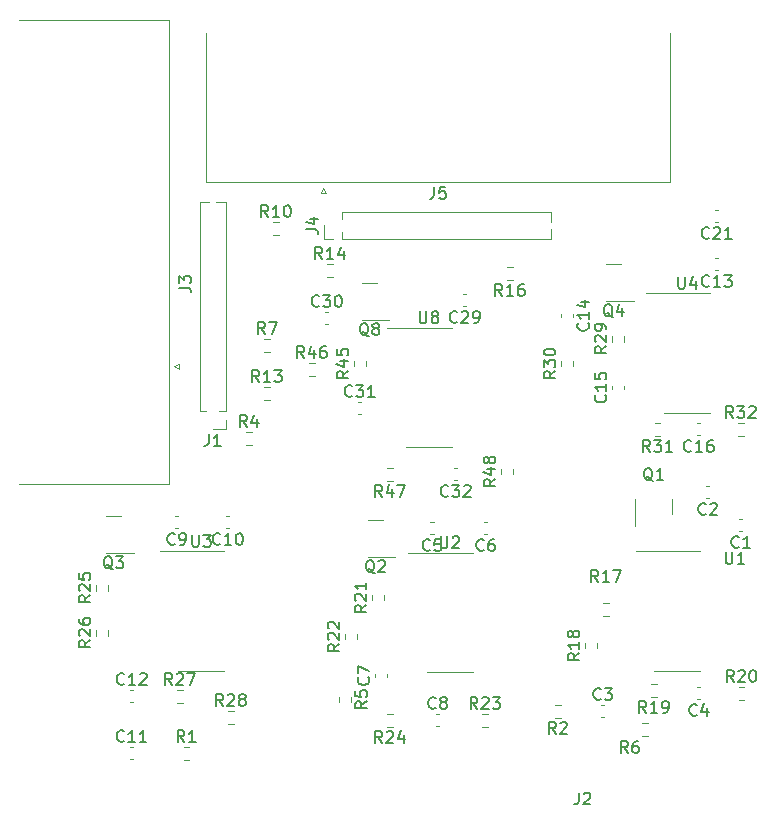
<source format=gbr>
%TF.GenerationSoftware,KiCad,Pcbnew,7.0.1-0*%
%TF.CreationDate,2023-09-14T23:18:32-07:00*%
%TF.ProjectId,HX-board,48582d62-6f61-4726-942e-6b696361645f,rev?*%
%TF.SameCoordinates,Original*%
%TF.FileFunction,Legend,Top*%
%TF.FilePolarity,Positive*%
%FSLAX46Y46*%
G04 Gerber Fmt 4.6, Leading zero omitted, Abs format (unit mm)*
G04 Created by KiCad (PCBNEW 7.0.1-0) date 2023-09-14 23:18:32*
%MOMM*%
%LPD*%
G01*
G04 APERTURE LIST*
%ADD10C,0.150000*%
%ADD11C,0.120000*%
G04 APERTURE END LIST*
D10*
%TO.C,C2*%
X160361333Y-104667380D02*
X160313714Y-104715000D01*
X160313714Y-104715000D02*
X160170857Y-104762619D01*
X160170857Y-104762619D02*
X160075619Y-104762619D01*
X160075619Y-104762619D02*
X159932762Y-104715000D01*
X159932762Y-104715000D02*
X159837524Y-104619761D01*
X159837524Y-104619761D02*
X159789905Y-104524523D01*
X159789905Y-104524523D02*
X159742286Y-104334047D01*
X159742286Y-104334047D02*
X159742286Y-104191190D01*
X159742286Y-104191190D02*
X159789905Y-104000714D01*
X159789905Y-104000714D02*
X159837524Y-103905476D01*
X159837524Y-103905476D02*
X159932762Y-103810238D01*
X159932762Y-103810238D02*
X160075619Y-103762619D01*
X160075619Y-103762619D02*
X160170857Y-103762619D01*
X160170857Y-103762619D02*
X160313714Y-103810238D01*
X160313714Y-103810238D02*
X160361333Y-103857857D01*
X160742286Y-103857857D02*
X160789905Y-103810238D01*
X160789905Y-103810238D02*
X160885143Y-103762619D01*
X160885143Y-103762619D02*
X161123238Y-103762619D01*
X161123238Y-103762619D02*
X161218476Y-103810238D01*
X161218476Y-103810238D02*
X161266095Y-103857857D01*
X161266095Y-103857857D02*
X161313714Y-103953095D01*
X161313714Y-103953095D02*
X161313714Y-104048333D01*
X161313714Y-104048333D02*
X161266095Y-104191190D01*
X161266095Y-104191190D02*
X160694667Y-104762619D01*
X160694667Y-104762619D02*
X161313714Y-104762619D01*
%TO.C,R20*%
X162729142Y-118920619D02*
X162395809Y-118444428D01*
X162157714Y-118920619D02*
X162157714Y-117920619D01*
X162157714Y-117920619D02*
X162538666Y-117920619D01*
X162538666Y-117920619D02*
X162633904Y-117968238D01*
X162633904Y-117968238D02*
X162681523Y-118015857D01*
X162681523Y-118015857D02*
X162729142Y-118111095D01*
X162729142Y-118111095D02*
X162729142Y-118253952D01*
X162729142Y-118253952D02*
X162681523Y-118349190D01*
X162681523Y-118349190D02*
X162633904Y-118396809D01*
X162633904Y-118396809D02*
X162538666Y-118444428D01*
X162538666Y-118444428D02*
X162157714Y-118444428D01*
X163110095Y-118015857D02*
X163157714Y-117968238D01*
X163157714Y-117968238D02*
X163252952Y-117920619D01*
X163252952Y-117920619D02*
X163491047Y-117920619D01*
X163491047Y-117920619D02*
X163586285Y-117968238D01*
X163586285Y-117968238D02*
X163633904Y-118015857D01*
X163633904Y-118015857D02*
X163681523Y-118111095D01*
X163681523Y-118111095D02*
X163681523Y-118206333D01*
X163681523Y-118206333D02*
X163633904Y-118349190D01*
X163633904Y-118349190D02*
X163062476Y-118920619D01*
X163062476Y-118920619D02*
X163681523Y-118920619D01*
X164300571Y-117920619D02*
X164395809Y-117920619D01*
X164395809Y-117920619D02*
X164491047Y-117968238D01*
X164491047Y-117968238D02*
X164538666Y-118015857D01*
X164538666Y-118015857D02*
X164586285Y-118111095D01*
X164586285Y-118111095D02*
X164633904Y-118301571D01*
X164633904Y-118301571D02*
X164633904Y-118539666D01*
X164633904Y-118539666D02*
X164586285Y-118730142D01*
X164586285Y-118730142D02*
X164538666Y-118825380D01*
X164538666Y-118825380D02*
X164491047Y-118873000D01*
X164491047Y-118873000D02*
X164395809Y-118920619D01*
X164395809Y-118920619D02*
X164300571Y-118920619D01*
X164300571Y-118920619D02*
X164205333Y-118873000D01*
X164205333Y-118873000D02*
X164157714Y-118825380D01*
X164157714Y-118825380D02*
X164110095Y-118730142D01*
X164110095Y-118730142D02*
X164062476Y-118539666D01*
X164062476Y-118539666D02*
X164062476Y-118301571D01*
X164062476Y-118301571D02*
X164110095Y-118111095D01*
X164110095Y-118111095D02*
X164157714Y-118015857D01*
X164157714Y-118015857D02*
X164205333Y-117968238D01*
X164205333Y-117968238D02*
X164300571Y-117920619D01*
%TO.C,R6*%
X153757333Y-124922619D02*
X153424000Y-124446428D01*
X153185905Y-124922619D02*
X153185905Y-123922619D01*
X153185905Y-123922619D02*
X153566857Y-123922619D01*
X153566857Y-123922619D02*
X153662095Y-123970238D01*
X153662095Y-123970238D02*
X153709714Y-124017857D01*
X153709714Y-124017857D02*
X153757333Y-124113095D01*
X153757333Y-124113095D02*
X153757333Y-124255952D01*
X153757333Y-124255952D02*
X153709714Y-124351190D01*
X153709714Y-124351190D02*
X153662095Y-124398809D01*
X153662095Y-124398809D02*
X153566857Y-124446428D01*
X153566857Y-124446428D02*
X153185905Y-124446428D01*
X154614476Y-123922619D02*
X154424000Y-123922619D01*
X154424000Y-123922619D02*
X154328762Y-123970238D01*
X154328762Y-123970238D02*
X154281143Y-124017857D01*
X154281143Y-124017857D02*
X154185905Y-124160714D01*
X154185905Y-124160714D02*
X154138286Y-124351190D01*
X154138286Y-124351190D02*
X154138286Y-124732142D01*
X154138286Y-124732142D02*
X154185905Y-124827380D01*
X154185905Y-124827380D02*
X154233524Y-124875000D01*
X154233524Y-124875000D02*
X154328762Y-124922619D01*
X154328762Y-124922619D02*
X154519238Y-124922619D01*
X154519238Y-124922619D02*
X154614476Y-124875000D01*
X154614476Y-124875000D02*
X154662095Y-124827380D01*
X154662095Y-124827380D02*
X154709714Y-124732142D01*
X154709714Y-124732142D02*
X154709714Y-124494047D01*
X154709714Y-124494047D02*
X154662095Y-124398809D01*
X154662095Y-124398809D02*
X154614476Y-124351190D01*
X154614476Y-124351190D02*
X154519238Y-124303571D01*
X154519238Y-124303571D02*
X154328762Y-124303571D01*
X154328762Y-124303571D02*
X154233524Y-124351190D01*
X154233524Y-124351190D02*
X154185905Y-124398809D01*
X154185905Y-124398809D02*
X154138286Y-124494047D01*
%TO.C,Q2*%
X132317261Y-109703857D02*
X132222023Y-109656238D01*
X132222023Y-109656238D02*
X132126785Y-109561000D01*
X132126785Y-109561000D02*
X131983928Y-109418142D01*
X131983928Y-109418142D02*
X131888690Y-109370523D01*
X131888690Y-109370523D02*
X131793452Y-109370523D01*
X131841071Y-109608619D02*
X131745833Y-109561000D01*
X131745833Y-109561000D02*
X131650595Y-109465761D01*
X131650595Y-109465761D02*
X131602976Y-109275285D01*
X131602976Y-109275285D02*
X131602976Y-108941952D01*
X131602976Y-108941952D02*
X131650595Y-108751476D01*
X131650595Y-108751476D02*
X131745833Y-108656238D01*
X131745833Y-108656238D02*
X131841071Y-108608619D01*
X131841071Y-108608619D02*
X132031547Y-108608619D01*
X132031547Y-108608619D02*
X132126785Y-108656238D01*
X132126785Y-108656238D02*
X132222023Y-108751476D01*
X132222023Y-108751476D02*
X132269642Y-108941952D01*
X132269642Y-108941952D02*
X132269642Y-109275285D01*
X132269642Y-109275285D02*
X132222023Y-109465761D01*
X132222023Y-109465761D02*
X132126785Y-109561000D01*
X132126785Y-109561000D02*
X132031547Y-109608619D01*
X132031547Y-109608619D02*
X131841071Y-109608619D01*
X132650595Y-108703857D02*
X132698214Y-108656238D01*
X132698214Y-108656238D02*
X132793452Y-108608619D01*
X132793452Y-108608619D02*
X133031547Y-108608619D01*
X133031547Y-108608619D02*
X133126785Y-108656238D01*
X133126785Y-108656238D02*
X133174404Y-108703857D01*
X133174404Y-108703857D02*
X133222023Y-108799095D01*
X133222023Y-108799095D02*
X133222023Y-108894333D01*
X133222023Y-108894333D02*
X133174404Y-109037190D01*
X133174404Y-109037190D02*
X132602976Y-109608619D01*
X132602976Y-109608619D02*
X133222023Y-109608619D01*
%TO.C,R23*%
X141026142Y-121206619D02*
X140692809Y-120730428D01*
X140454714Y-121206619D02*
X140454714Y-120206619D01*
X140454714Y-120206619D02*
X140835666Y-120206619D01*
X140835666Y-120206619D02*
X140930904Y-120254238D01*
X140930904Y-120254238D02*
X140978523Y-120301857D01*
X140978523Y-120301857D02*
X141026142Y-120397095D01*
X141026142Y-120397095D02*
X141026142Y-120539952D01*
X141026142Y-120539952D02*
X140978523Y-120635190D01*
X140978523Y-120635190D02*
X140930904Y-120682809D01*
X140930904Y-120682809D02*
X140835666Y-120730428D01*
X140835666Y-120730428D02*
X140454714Y-120730428D01*
X141407095Y-120301857D02*
X141454714Y-120254238D01*
X141454714Y-120254238D02*
X141549952Y-120206619D01*
X141549952Y-120206619D02*
X141788047Y-120206619D01*
X141788047Y-120206619D02*
X141883285Y-120254238D01*
X141883285Y-120254238D02*
X141930904Y-120301857D01*
X141930904Y-120301857D02*
X141978523Y-120397095D01*
X141978523Y-120397095D02*
X141978523Y-120492333D01*
X141978523Y-120492333D02*
X141930904Y-120635190D01*
X141930904Y-120635190D02*
X141359476Y-121206619D01*
X141359476Y-121206619D02*
X141978523Y-121206619D01*
X142311857Y-120206619D02*
X142930904Y-120206619D01*
X142930904Y-120206619D02*
X142597571Y-120587571D01*
X142597571Y-120587571D02*
X142740428Y-120587571D01*
X142740428Y-120587571D02*
X142835666Y-120635190D01*
X142835666Y-120635190D02*
X142883285Y-120682809D01*
X142883285Y-120682809D02*
X142930904Y-120778047D01*
X142930904Y-120778047D02*
X142930904Y-121016142D01*
X142930904Y-121016142D02*
X142883285Y-121111380D01*
X142883285Y-121111380D02*
X142835666Y-121159000D01*
X142835666Y-121159000D02*
X142740428Y-121206619D01*
X142740428Y-121206619D02*
X142454714Y-121206619D01*
X142454714Y-121206619D02*
X142359476Y-121159000D01*
X142359476Y-121159000D02*
X142311857Y-121111380D01*
%TO.C,J4*%
X126535619Y-80597333D02*
X127249904Y-80597333D01*
X127249904Y-80597333D02*
X127392761Y-80644952D01*
X127392761Y-80644952D02*
X127488000Y-80740190D01*
X127488000Y-80740190D02*
X127535619Y-80883047D01*
X127535619Y-80883047D02*
X127535619Y-80978285D01*
X126868952Y-79692571D02*
X127535619Y-79692571D01*
X126488000Y-79930666D02*
X127202285Y-80168761D01*
X127202285Y-80168761D02*
X127202285Y-79549714D01*
%TO.C,C32*%
X138549142Y-103143380D02*
X138501523Y-103191000D01*
X138501523Y-103191000D02*
X138358666Y-103238619D01*
X138358666Y-103238619D02*
X138263428Y-103238619D01*
X138263428Y-103238619D02*
X138120571Y-103191000D01*
X138120571Y-103191000D02*
X138025333Y-103095761D01*
X138025333Y-103095761D02*
X137977714Y-103000523D01*
X137977714Y-103000523D02*
X137930095Y-102810047D01*
X137930095Y-102810047D02*
X137930095Y-102667190D01*
X137930095Y-102667190D02*
X137977714Y-102476714D01*
X137977714Y-102476714D02*
X138025333Y-102381476D01*
X138025333Y-102381476D02*
X138120571Y-102286238D01*
X138120571Y-102286238D02*
X138263428Y-102238619D01*
X138263428Y-102238619D02*
X138358666Y-102238619D01*
X138358666Y-102238619D02*
X138501523Y-102286238D01*
X138501523Y-102286238D02*
X138549142Y-102333857D01*
X138882476Y-102238619D02*
X139501523Y-102238619D01*
X139501523Y-102238619D02*
X139168190Y-102619571D01*
X139168190Y-102619571D02*
X139311047Y-102619571D01*
X139311047Y-102619571D02*
X139406285Y-102667190D01*
X139406285Y-102667190D02*
X139453904Y-102714809D01*
X139453904Y-102714809D02*
X139501523Y-102810047D01*
X139501523Y-102810047D02*
X139501523Y-103048142D01*
X139501523Y-103048142D02*
X139453904Y-103143380D01*
X139453904Y-103143380D02*
X139406285Y-103191000D01*
X139406285Y-103191000D02*
X139311047Y-103238619D01*
X139311047Y-103238619D02*
X139025333Y-103238619D01*
X139025333Y-103238619D02*
X138930095Y-103191000D01*
X138930095Y-103191000D02*
X138882476Y-103143380D01*
X139882476Y-102333857D02*
X139930095Y-102286238D01*
X139930095Y-102286238D02*
X140025333Y-102238619D01*
X140025333Y-102238619D02*
X140263428Y-102238619D01*
X140263428Y-102238619D02*
X140358666Y-102286238D01*
X140358666Y-102286238D02*
X140406285Y-102333857D01*
X140406285Y-102333857D02*
X140453904Y-102429095D01*
X140453904Y-102429095D02*
X140453904Y-102524333D01*
X140453904Y-102524333D02*
X140406285Y-102667190D01*
X140406285Y-102667190D02*
X139834857Y-103238619D01*
X139834857Y-103238619D02*
X140453904Y-103238619D01*
%TO.C,U2*%
X137922095Y-106592619D02*
X137922095Y-107402142D01*
X137922095Y-107402142D02*
X137969714Y-107497380D01*
X137969714Y-107497380D02*
X138017333Y-107545000D01*
X138017333Y-107545000D02*
X138112571Y-107592619D01*
X138112571Y-107592619D02*
X138303047Y-107592619D01*
X138303047Y-107592619D02*
X138398285Y-107545000D01*
X138398285Y-107545000D02*
X138445904Y-107497380D01*
X138445904Y-107497380D02*
X138493523Y-107402142D01*
X138493523Y-107402142D02*
X138493523Y-106592619D01*
X138922095Y-106687857D02*
X138969714Y-106640238D01*
X138969714Y-106640238D02*
X139064952Y-106592619D01*
X139064952Y-106592619D02*
X139303047Y-106592619D01*
X139303047Y-106592619D02*
X139398285Y-106640238D01*
X139398285Y-106640238D02*
X139445904Y-106687857D01*
X139445904Y-106687857D02*
X139493523Y-106783095D01*
X139493523Y-106783095D02*
X139493523Y-106878333D01*
X139493523Y-106878333D02*
X139445904Y-107021190D01*
X139445904Y-107021190D02*
X138874476Y-107592619D01*
X138874476Y-107592619D02*
X139493523Y-107592619D01*
%TO.C,R32*%
X162679142Y-96568619D02*
X162345809Y-96092428D01*
X162107714Y-96568619D02*
X162107714Y-95568619D01*
X162107714Y-95568619D02*
X162488666Y-95568619D01*
X162488666Y-95568619D02*
X162583904Y-95616238D01*
X162583904Y-95616238D02*
X162631523Y-95663857D01*
X162631523Y-95663857D02*
X162679142Y-95759095D01*
X162679142Y-95759095D02*
X162679142Y-95901952D01*
X162679142Y-95901952D02*
X162631523Y-95997190D01*
X162631523Y-95997190D02*
X162583904Y-96044809D01*
X162583904Y-96044809D02*
X162488666Y-96092428D01*
X162488666Y-96092428D02*
X162107714Y-96092428D01*
X163012476Y-95568619D02*
X163631523Y-95568619D01*
X163631523Y-95568619D02*
X163298190Y-95949571D01*
X163298190Y-95949571D02*
X163441047Y-95949571D01*
X163441047Y-95949571D02*
X163536285Y-95997190D01*
X163536285Y-95997190D02*
X163583904Y-96044809D01*
X163583904Y-96044809D02*
X163631523Y-96140047D01*
X163631523Y-96140047D02*
X163631523Y-96378142D01*
X163631523Y-96378142D02*
X163583904Y-96473380D01*
X163583904Y-96473380D02*
X163536285Y-96521000D01*
X163536285Y-96521000D02*
X163441047Y-96568619D01*
X163441047Y-96568619D02*
X163155333Y-96568619D01*
X163155333Y-96568619D02*
X163060095Y-96521000D01*
X163060095Y-96521000D02*
X163012476Y-96473380D01*
X164012476Y-95663857D02*
X164060095Y-95616238D01*
X164060095Y-95616238D02*
X164155333Y-95568619D01*
X164155333Y-95568619D02*
X164393428Y-95568619D01*
X164393428Y-95568619D02*
X164488666Y-95616238D01*
X164488666Y-95616238D02*
X164536285Y-95663857D01*
X164536285Y-95663857D02*
X164583904Y-95759095D01*
X164583904Y-95759095D02*
X164583904Y-95854333D01*
X164583904Y-95854333D02*
X164536285Y-95997190D01*
X164536285Y-95997190D02*
X163964857Y-96568619D01*
X163964857Y-96568619D02*
X164583904Y-96568619D01*
%TO.C,R21*%
X131620619Y-112402857D02*
X131144428Y-112736190D01*
X131620619Y-112974285D02*
X130620619Y-112974285D01*
X130620619Y-112974285D02*
X130620619Y-112593333D01*
X130620619Y-112593333D02*
X130668238Y-112498095D01*
X130668238Y-112498095D02*
X130715857Y-112450476D01*
X130715857Y-112450476D02*
X130811095Y-112402857D01*
X130811095Y-112402857D02*
X130953952Y-112402857D01*
X130953952Y-112402857D02*
X131049190Y-112450476D01*
X131049190Y-112450476D02*
X131096809Y-112498095D01*
X131096809Y-112498095D02*
X131144428Y-112593333D01*
X131144428Y-112593333D02*
X131144428Y-112974285D01*
X130715857Y-112021904D02*
X130668238Y-111974285D01*
X130668238Y-111974285D02*
X130620619Y-111879047D01*
X130620619Y-111879047D02*
X130620619Y-111640952D01*
X130620619Y-111640952D02*
X130668238Y-111545714D01*
X130668238Y-111545714D02*
X130715857Y-111498095D01*
X130715857Y-111498095D02*
X130811095Y-111450476D01*
X130811095Y-111450476D02*
X130906333Y-111450476D01*
X130906333Y-111450476D02*
X131049190Y-111498095D01*
X131049190Y-111498095D02*
X131620619Y-112069523D01*
X131620619Y-112069523D02*
X131620619Y-111450476D01*
X131620619Y-110498095D02*
X131620619Y-111069523D01*
X131620619Y-110783809D02*
X130620619Y-110783809D01*
X130620619Y-110783809D02*
X130763476Y-110879047D01*
X130763476Y-110879047D02*
X130858714Y-110974285D01*
X130858714Y-110974285D02*
X130906333Y-111069523D01*
%TO.C,R48*%
X142542619Y-101734857D02*
X142066428Y-102068190D01*
X142542619Y-102306285D02*
X141542619Y-102306285D01*
X141542619Y-102306285D02*
X141542619Y-101925333D01*
X141542619Y-101925333D02*
X141590238Y-101830095D01*
X141590238Y-101830095D02*
X141637857Y-101782476D01*
X141637857Y-101782476D02*
X141733095Y-101734857D01*
X141733095Y-101734857D02*
X141875952Y-101734857D01*
X141875952Y-101734857D02*
X141971190Y-101782476D01*
X141971190Y-101782476D02*
X142018809Y-101830095D01*
X142018809Y-101830095D02*
X142066428Y-101925333D01*
X142066428Y-101925333D02*
X142066428Y-102306285D01*
X141875952Y-100877714D02*
X142542619Y-100877714D01*
X141495000Y-101115809D02*
X142209285Y-101353904D01*
X142209285Y-101353904D02*
X142209285Y-100734857D01*
X141971190Y-100211047D02*
X141923571Y-100306285D01*
X141923571Y-100306285D02*
X141875952Y-100353904D01*
X141875952Y-100353904D02*
X141780714Y-100401523D01*
X141780714Y-100401523D02*
X141733095Y-100401523D01*
X141733095Y-100401523D02*
X141637857Y-100353904D01*
X141637857Y-100353904D02*
X141590238Y-100306285D01*
X141590238Y-100306285D02*
X141542619Y-100211047D01*
X141542619Y-100211047D02*
X141542619Y-100020571D01*
X141542619Y-100020571D02*
X141590238Y-99925333D01*
X141590238Y-99925333D02*
X141637857Y-99877714D01*
X141637857Y-99877714D02*
X141733095Y-99830095D01*
X141733095Y-99830095D02*
X141780714Y-99830095D01*
X141780714Y-99830095D02*
X141875952Y-99877714D01*
X141875952Y-99877714D02*
X141923571Y-99925333D01*
X141923571Y-99925333D02*
X141971190Y-100020571D01*
X141971190Y-100020571D02*
X141971190Y-100211047D01*
X141971190Y-100211047D02*
X142018809Y-100306285D01*
X142018809Y-100306285D02*
X142066428Y-100353904D01*
X142066428Y-100353904D02*
X142161666Y-100401523D01*
X142161666Y-100401523D02*
X142352142Y-100401523D01*
X142352142Y-100401523D02*
X142447380Y-100353904D01*
X142447380Y-100353904D02*
X142495000Y-100306285D01*
X142495000Y-100306285D02*
X142542619Y-100211047D01*
X142542619Y-100211047D02*
X142542619Y-100020571D01*
X142542619Y-100020571D02*
X142495000Y-99925333D01*
X142495000Y-99925333D02*
X142447380Y-99877714D01*
X142447380Y-99877714D02*
X142352142Y-99830095D01*
X142352142Y-99830095D02*
X142161666Y-99830095D01*
X142161666Y-99830095D02*
X142066428Y-99877714D01*
X142066428Y-99877714D02*
X142018809Y-99925333D01*
X142018809Y-99925333D02*
X141971190Y-100020571D01*
%TO.C,R7*%
X123023333Y-89456619D02*
X122690000Y-88980428D01*
X122451905Y-89456619D02*
X122451905Y-88456619D01*
X122451905Y-88456619D02*
X122832857Y-88456619D01*
X122832857Y-88456619D02*
X122928095Y-88504238D01*
X122928095Y-88504238D02*
X122975714Y-88551857D01*
X122975714Y-88551857D02*
X123023333Y-88647095D01*
X123023333Y-88647095D02*
X123023333Y-88789952D01*
X123023333Y-88789952D02*
X122975714Y-88885190D01*
X122975714Y-88885190D02*
X122928095Y-88932809D01*
X122928095Y-88932809D02*
X122832857Y-88980428D01*
X122832857Y-88980428D02*
X122451905Y-88980428D01*
X123356667Y-88456619D02*
X124023333Y-88456619D01*
X124023333Y-88456619D02*
X123594762Y-89456619D01*
%TO.C,Q4*%
X152480261Y-88047857D02*
X152385023Y-88000238D01*
X152385023Y-88000238D02*
X152289785Y-87905000D01*
X152289785Y-87905000D02*
X152146928Y-87762142D01*
X152146928Y-87762142D02*
X152051690Y-87714523D01*
X152051690Y-87714523D02*
X151956452Y-87714523D01*
X152004071Y-87952619D02*
X151908833Y-87905000D01*
X151908833Y-87905000D02*
X151813595Y-87809761D01*
X151813595Y-87809761D02*
X151765976Y-87619285D01*
X151765976Y-87619285D02*
X151765976Y-87285952D01*
X151765976Y-87285952D02*
X151813595Y-87095476D01*
X151813595Y-87095476D02*
X151908833Y-87000238D01*
X151908833Y-87000238D02*
X152004071Y-86952619D01*
X152004071Y-86952619D02*
X152194547Y-86952619D01*
X152194547Y-86952619D02*
X152289785Y-87000238D01*
X152289785Y-87000238D02*
X152385023Y-87095476D01*
X152385023Y-87095476D02*
X152432642Y-87285952D01*
X152432642Y-87285952D02*
X152432642Y-87619285D01*
X152432642Y-87619285D02*
X152385023Y-87809761D01*
X152385023Y-87809761D02*
X152289785Y-87905000D01*
X152289785Y-87905000D02*
X152194547Y-87952619D01*
X152194547Y-87952619D02*
X152004071Y-87952619D01*
X153289785Y-87285952D02*
X153289785Y-87952619D01*
X153051690Y-86905000D02*
X152813595Y-87619285D01*
X152813595Y-87619285D02*
X153432642Y-87619285D01*
%TO.C,R46*%
X126357142Y-91488619D02*
X126023809Y-91012428D01*
X125785714Y-91488619D02*
X125785714Y-90488619D01*
X125785714Y-90488619D02*
X126166666Y-90488619D01*
X126166666Y-90488619D02*
X126261904Y-90536238D01*
X126261904Y-90536238D02*
X126309523Y-90583857D01*
X126309523Y-90583857D02*
X126357142Y-90679095D01*
X126357142Y-90679095D02*
X126357142Y-90821952D01*
X126357142Y-90821952D02*
X126309523Y-90917190D01*
X126309523Y-90917190D02*
X126261904Y-90964809D01*
X126261904Y-90964809D02*
X126166666Y-91012428D01*
X126166666Y-91012428D02*
X125785714Y-91012428D01*
X127214285Y-90821952D02*
X127214285Y-91488619D01*
X126976190Y-90441000D02*
X126738095Y-91155285D01*
X126738095Y-91155285D02*
X127357142Y-91155285D01*
X128166666Y-90488619D02*
X127976190Y-90488619D01*
X127976190Y-90488619D02*
X127880952Y-90536238D01*
X127880952Y-90536238D02*
X127833333Y-90583857D01*
X127833333Y-90583857D02*
X127738095Y-90726714D01*
X127738095Y-90726714D02*
X127690476Y-90917190D01*
X127690476Y-90917190D02*
X127690476Y-91298142D01*
X127690476Y-91298142D02*
X127738095Y-91393380D01*
X127738095Y-91393380D02*
X127785714Y-91441000D01*
X127785714Y-91441000D02*
X127880952Y-91488619D01*
X127880952Y-91488619D02*
X128071428Y-91488619D01*
X128071428Y-91488619D02*
X128166666Y-91441000D01*
X128166666Y-91441000D02*
X128214285Y-91393380D01*
X128214285Y-91393380D02*
X128261904Y-91298142D01*
X128261904Y-91298142D02*
X128261904Y-91060047D01*
X128261904Y-91060047D02*
X128214285Y-90964809D01*
X128214285Y-90964809D02*
X128166666Y-90917190D01*
X128166666Y-90917190D02*
X128071428Y-90869571D01*
X128071428Y-90869571D02*
X127880952Y-90869571D01*
X127880952Y-90869571D02*
X127785714Y-90917190D01*
X127785714Y-90917190D02*
X127738095Y-90964809D01*
X127738095Y-90964809D02*
X127690476Y-91060047D01*
%TO.C,C12*%
X111117142Y-119079380D02*
X111069523Y-119127000D01*
X111069523Y-119127000D02*
X110926666Y-119174619D01*
X110926666Y-119174619D02*
X110831428Y-119174619D01*
X110831428Y-119174619D02*
X110688571Y-119127000D01*
X110688571Y-119127000D02*
X110593333Y-119031761D01*
X110593333Y-119031761D02*
X110545714Y-118936523D01*
X110545714Y-118936523D02*
X110498095Y-118746047D01*
X110498095Y-118746047D02*
X110498095Y-118603190D01*
X110498095Y-118603190D02*
X110545714Y-118412714D01*
X110545714Y-118412714D02*
X110593333Y-118317476D01*
X110593333Y-118317476D02*
X110688571Y-118222238D01*
X110688571Y-118222238D02*
X110831428Y-118174619D01*
X110831428Y-118174619D02*
X110926666Y-118174619D01*
X110926666Y-118174619D02*
X111069523Y-118222238D01*
X111069523Y-118222238D02*
X111117142Y-118269857D01*
X112069523Y-119174619D02*
X111498095Y-119174619D01*
X111783809Y-119174619D02*
X111783809Y-118174619D01*
X111783809Y-118174619D02*
X111688571Y-118317476D01*
X111688571Y-118317476D02*
X111593333Y-118412714D01*
X111593333Y-118412714D02*
X111498095Y-118460333D01*
X112450476Y-118269857D02*
X112498095Y-118222238D01*
X112498095Y-118222238D02*
X112593333Y-118174619D01*
X112593333Y-118174619D02*
X112831428Y-118174619D01*
X112831428Y-118174619D02*
X112926666Y-118222238D01*
X112926666Y-118222238D02*
X112974285Y-118269857D01*
X112974285Y-118269857D02*
X113021904Y-118365095D01*
X113021904Y-118365095D02*
X113021904Y-118460333D01*
X113021904Y-118460333D02*
X112974285Y-118603190D01*
X112974285Y-118603190D02*
X112402857Y-119174619D01*
X112402857Y-119174619D02*
X113021904Y-119174619D01*
%TO.C,C5*%
X137006333Y-107715380D02*
X136958714Y-107763000D01*
X136958714Y-107763000D02*
X136815857Y-107810619D01*
X136815857Y-107810619D02*
X136720619Y-107810619D01*
X136720619Y-107810619D02*
X136577762Y-107763000D01*
X136577762Y-107763000D02*
X136482524Y-107667761D01*
X136482524Y-107667761D02*
X136434905Y-107572523D01*
X136434905Y-107572523D02*
X136387286Y-107382047D01*
X136387286Y-107382047D02*
X136387286Y-107239190D01*
X136387286Y-107239190D02*
X136434905Y-107048714D01*
X136434905Y-107048714D02*
X136482524Y-106953476D01*
X136482524Y-106953476D02*
X136577762Y-106858238D01*
X136577762Y-106858238D02*
X136720619Y-106810619D01*
X136720619Y-106810619D02*
X136815857Y-106810619D01*
X136815857Y-106810619D02*
X136958714Y-106858238D01*
X136958714Y-106858238D02*
X137006333Y-106905857D01*
X137911095Y-106810619D02*
X137434905Y-106810619D01*
X137434905Y-106810619D02*
X137387286Y-107286809D01*
X137387286Y-107286809D02*
X137434905Y-107239190D01*
X137434905Y-107239190D02*
X137530143Y-107191571D01*
X137530143Y-107191571D02*
X137768238Y-107191571D01*
X137768238Y-107191571D02*
X137863476Y-107239190D01*
X137863476Y-107239190D02*
X137911095Y-107286809D01*
X137911095Y-107286809D02*
X137958714Y-107382047D01*
X137958714Y-107382047D02*
X137958714Y-107620142D01*
X137958714Y-107620142D02*
X137911095Y-107715380D01*
X137911095Y-107715380D02*
X137863476Y-107763000D01*
X137863476Y-107763000D02*
X137768238Y-107810619D01*
X137768238Y-107810619D02*
X137530143Y-107810619D01*
X137530143Y-107810619D02*
X137434905Y-107763000D01*
X137434905Y-107763000D02*
X137387286Y-107715380D01*
%TO.C,R1*%
X116215333Y-124000619D02*
X115882000Y-123524428D01*
X115643905Y-124000619D02*
X115643905Y-123000619D01*
X115643905Y-123000619D02*
X116024857Y-123000619D01*
X116024857Y-123000619D02*
X116120095Y-123048238D01*
X116120095Y-123048238D02*
X116167714Y-123095857D01*
X116167714Y-123095857D02*
X116215333Y-123191095D01*
X116215333Y-123191095D02*
X116215333Y-123333952D01*
X116215333Y-123333952D02*
X116167714Y-123429190D01*
X116167714Y-123429190D02*
X116120095Y-123476809D01*
X116120095Y-123476809D02*
X116024857Y-123524428D01*
X116024857Y-123524428D02*
X115643905Y-123524428D01*
X117167714Y-124000619D02*
X116596286Y-124000619D01*
X116882000Y-124000619D02*
X116882000Y-123000619D01*
X116882000Y-123000619D02*
X116786762Y-123143476D01*
X116786762Y-123143476D02*
X116691524Y-123238714D01*
X116691524Y-123238714D02*
X116596286Y-123286333D01*
%TO.C,R5*%
X131686619Y-120562666D02*
X131210428Y-120895999D01*
X131686619Y-121134094D02*
X130686619Y-121134094D01*
X130686619Y-121134094D02*
X130686619Y-120753142D01*
X130686619Y-120753142D02*
X130734238Y-120657904D01*
X130734238Y-120657904D02*
X130781857Y-120610285D01*
X130781857Y-120610285D02*
X130877095Y-120562666D01*
X130877095Y-120562666D02*
X131019952Y-120562666D01*
X131019952Y-120562666D02*
X131115190Y-120610285D01*
X131115190Y-120610285D02*
X131162809Y-120657904D01*
X131162809Y-120657904D02*
X131210428Y-120753142D01*
X131210428Y-120753142D02*
X131210428Y-121134094D01*
X130686619Y-119657904D02*
X130686619Y-120134094D01*
X130686619Y-120134094D02*
X131162809Y-120181713D01*
X131162809Y-120181713D02*
X131115190Y-120134094D01*
X131115190Y-120134094D02*
X131067571Y-120038856D01*
X131067571Y-120038856D02*
X131067571Y-119800761D01*
X131067571Y-119800761D02*
X131115190Y-119705523D01*
X131115190Y-119705523D02*
X131162809Y-119657904D01*
X131162809Y-119657904D02*
X131258047Y-119610285D01*
X131258047Y-119610285D02*
X131496142Y-119610285D01*
X131496142Y-119610285D02*
X131591380Y-119657904D01*
X131591380Y-119657904D02*
X131639000Y-119705523D01*
X131639000Y-119705523D02*
X131686619Y-119800761D01*
X131686619Y-119800761D02*
X131686619Y-120038856D01*
X131686619Y-120038856D02*
X131639000Y-120134094D01*
X131639000Y-120134094D02*
X131591380Y-120181713D01*
%TO.C,R13*%
X122547142Y-93520619D02*
X122213809Y-93044428D01*
X121975714Y-93520619D02*
X121975714Y-92520619D01*
X121975714Y-92520619D02*
X122356666Y-92520619D01*
X122356666Y-92520619D02*
X122451904Y-92568238D01*
X122451904Y-92568238D02*
X122499523Y-92615857D01*
X122499523Y-92615857D02*
X122547142Y-92711095D01*
X122547142Y-92711095D02*
X122547142Y-92853952D01*
X122547142Y-92853952D02*
X122499523Y-92949190D01*
X122499523Y-92949190D02*
X122451904Y-92996809D01*
X122451904Y-92996809D02*
X122356666Y-93044428D01*
X122356666Y-93044428D02*
X121975714Y-93044428D01*
X123499523Y-93520619D02*
X122928095Y-93520619D01*
X123213809Y-93520619D02*
X123213809Y-92520619D01*
X123213809Y-92520619D02*
X123118571Y-92663476D01*
X123118571Y-92663476D02*
X123023333Y-92758714D01*
X123023333Y-92758714D02*
X122928095Y-92806333D01*
X123832857Y-92520619D02*
X124451904Y-92520619D01*
X124451904Y-92520619D02*
X124118571Y-92901571D01*
X124118571Y-92901571D02*
X124261428Y-92901571D01*
X124261428Y-92901571D02*
X124356666Y-92949190D01*
X124356666Y-92949190D02*
X124404285Y-92996809D01*
X124404285Y-92996809D02*
X124451904Y-93092047D01*
X124451904Y-93092047D02*
X124451904Y-93330142D01*
X124451904Y-93330142D02*
X124404285Y-93425380D01*
X124404285Y-93425380D02*
X124356666Y-93473000D01*
X124356666Y-93473000D02*
X124261428Y-93520619D01*
X124261428Y-93520619D02*
X123975714Y-93520619D01*
X123975714Y-93520619D02*
X123880476Y-93473000D01*
X123880476Y-93473000D02*
X123832857Y-93425380D01*
%TO.C,R29*%
X151940619Y-90495857D02*
X151464428Y-90829190D01*
X151940619Y-91067285D02*
X150940619Y-91067285D01*
X150940619Y-91067285D02*
X150940619Y-90686333D01*
X150940619Y-90686333D02*
X150988238Y-90591095D01*
X150988238Y-90591095D02*
X151035857Y-90543476D01*
X151035857Y-90543476D02*
X151131095Y-90495857D01*
X151131095Y-90495857D02*
X151273952Y-90495857D01*
X151273952Y-90495857D02*
X151369190Y-90543476D01*
X151369190Y-90543476D02*
X151416809Y-90591095D01*
X151416809Y-90591095D02*
X151464428Y-90686333D01*
X151464428Y-90686333D02*
X151464428Y-91067285D01*
X151035857Y-90114904D02*
X150988238Y-90067285D01*
X150988238Y-90067285D02*
X150940619Y-89972047D01*
X150940619Y-89972047D02*
X150940619Y-89733952D01*
X150940619Y-89733952D02*
X150988238Y-89638714D01*
X150988238Y-89638714D02*
X151035857Y-89591095D01*
X151035857Y-89591095D02*
X151131095Y-89543476D01*
X151131095Y-89543476D02*
X151226333Y-89543476D01*
X151226333Y-89543476D02*
X151369190Y-89591095D01*
X151369190Y-89591095D02*
X151940619Y-90162523D01*
X151940619Y-90162523D02*
X151940619Y-89543476D01*
X151940619Y-89067285D02*
X151940619Y-88876809D01*
X151940619Y-88876809D02*
X151893000Y-88781571D01*
X151893000Y-88781571D02*
X151845380Y-88733952D01*
X151845380Y-88733952D02*
X151702523Y-88638714D01*
X151702523Y-88638714D02*
X151512047Y-88591095D01*
X151512047Y-88591095D02*
X151131095Y-88591095D01*
X151131095Y-88591095D02*
X151035857Y-88638714D01*
X151035857Y-88638714D02*
X150988238Y-88686333D01*
X150988238Y-88686333D02*
X150940619Y-88781571D01*
X150940619Y-88781571D02*
X150940619Y-88972047D01*
X150940619Y-88972047D02*
X150988238Y-89067285D01*
X150988238Y-89067285D02*
X151035857Y-89114904D01*
X151035857Y-89114904D02*
X151131095Y-89162523D01*
X151131095Y-89162523D02*
X151369190Y-89162523D01*
X151369190Y-89162523D02*
X151464428Y-89114904D01*
X151464428Y-89114904D02*
X151512047Y-89067285D01*
X151512047Y-89067285D02*
X151559666Y-88972047D01*
X151559666Y-88972047D02*
X151559666Y-88781571D01*
X151559666Y-88781571D02*
X151512047Y-88686333D01*
X151512047Y-88686333D02*
X151464428Y-88638714D01*
X151464428Y-88638714D02*
X151369190Y-88591095D01*
%TO.C,C10*%
X119245142Y-107207380D02*
X119197523Y-107255000D01*
X119197523Y-107255000D02*
X119054666Y-107302619D01*
X119054666Y-107302619D02*
X118959428Y-107302619D01*
X118959428Y-107302619D02*
X118816571Y-107255000D01*
X118816571Y-107255000D02*
X118721333Y-107159761D01*
X118721333Y-107159761D02*
X118673714Y-107064523D01*
X118673714Y-107064523D02*
X118626095Y-106874047D01*
X118626095Y-106874047D02*
X118626095Y-106731190D01*
X118626095Y-106731190D02*
X118673714Y-106540714D01*
X118673714Y-106540714D02*
X118721333Y-106445476D01*
X118721333Y-106445476D02*
X118816571Y-106350238D01*
X118816571Y-106350238D02*
X118959428Y-106302619D01*
X118959428Y-106302619D02*
X119054666Y-106302619D01*
X119054666Y-106302619D02*
X119197523Y-106350238D01*
X119197523Y-106350238D02*
X119245142Y-106397857D01*
X120197523Y-107302619D02*
X119626095Y-107302619D01*
X119911809Y-107302619D02*
X119911809Y-106302619D01*
X119911809Y-106302619D02*
X119816571Y-106445476D01*
X119816571Y-106445476D02*
X119721333Y-106540714D01*
X119721333Y-106540714D02*
X119626095Y-106588333D01*
X120816571Y-106302619D02*
X120911809Y-106302619D01*
X120911809Y-106302619D02*
X121007047Y-106350238D01*
X121007047Y-106350238D02*
X121054666Y-106397857D01*
X121054666Y-106397857D02*
X121102285Y-106493095D01*
X121102285Y-106493095D02*
X121149904Y-106683571D01*
X121149904Y-106683571D02*
X121149904Y-106921666D01*
X121149904Y-106921666D02*
X121102285Y-107112142D01*
X121102285Y-107112142D02*
X121054666Y-107207380D01*
X121054666Y-107207380D02*
X121007047Y-107255000D01*
X121007047Y-107255000D02*
X120911809Y-107302619D01*
X120911809Y-107302619D02*
X120816571Y-107302619D01*
X120816571Y-107302619D02*
X120721333Y-107255000D01*
X120721333Y-107255000D02*
X120673714Y-107207380D01*
X120673714Y-107207380D02*
X120626095Y-107112142D01*
X120626095Y-107112142D02*
X120578476Y-106921666D01*
X120578476Y-106921666D02*
X120578476Y-106683571D01*
X120578476Y-106683571D02*
X120626095Y-106493095D01*
X120626095Y-106493095D02*
X120673714Y-106397857D01*
X120673714Y-106397857D02*
X120721333Y-106350238D01*
X120721333Y-106350238D02*
X120816571Y-106302619D01*
%TO.C,U4*%
X158028095Y-84621619D02*
X158028095Y-85431142D01*
X158028095Y-85431142D02*
X158075714Y-85526380D01*
X158075714Y-85526380D02*
X158123333Y-85574000D01*
X158123333Y-85574000D02*
X158218571Y-85621619D01*
X158218571Y-85621619D02*
X158409047Y-85621619D01*
X158409047Y-85621619D02*
X158504285Y-85574000D01*
X158504285Y-85574000D02*
X158551904Y-85526380D01*
X158551904Y-85526380D02*
X158599523Y-85431142D01*
X158599523Y-85431142D02*
X158599523Y-84621619D01*
X159504285Y-84954952D02*
X159504285Y-85621619D01*
X159266190Y-84574000D02*
X159028095Y-85288285D01*
X159028095Y-85288285D02*
X159647142Y-85288285D01*
%TO.C,R45*%
X130096619Y-92590857D02*
X129620428Y-92924190D01*
X130096619Y-93162285D02*
X129096619Y-93162285D01*
X129096619Y-93162285D02*
X129096619Y-92781333D01*
X129096619Y-92781333D02*
X129144238Y-92686095D01*
X129144238Y-92686095D02*
X129191857Y-92638476D01*
X129191857Y-92638476D02*
X129287095Y-92590857D01*
X129287095Y-92590857D02*
X129429952Y-92590857D01*
X129429952Y-92590857D02*
X129525190Y-92638476D01*
X129525190Y-92638476D02*
X129572809Y-92686095D01*
X129572809Y-92686095D02*
X129620428Y-92781333D01*
X129620428Y-92781333D02*
X129620428Y-93162285D01*
X129429952Y-91733714D02*
X130096619Y-91733714D01*
X129049000Y-91971809D02*
X129763285Y-92209904D01*
X129763285Y-92209904D02*
X129763285Y-91590857D01*
X129096619Y-90733714D02*
X129096619Y-91209904D01*
X129096619Y-91209904D02*
X129572809Y-91257523D01*
X129572809Y-91257523D02*
X129525190Y-91209904D01*
X129525190Y-91209904D02*
X129477571Y-91114666D01*
X129477571Y-91114666D02*
X129477571Y-90876571D01*
X129477571Y-90876571D02*
X129525190Y-90781333D01*
X129525190Y-90781333D02*
X129572809Y-90733714D01*
X129572809Y-90733714D02*
X129668047Y-90686095D01*
X129668047Y-90686095D02*
X129906142Y-90686095D01*
X129906142Y-90686095D02*
X130001380Y-90733714D01*
X130001380Y-90733714D02*
X130049000Y-90781333D01*
X130049000Y-90781333D02*
X130096619Y-90876571D01*
X130096619Y-90876571D02*
X130096619Y-91114666D01*
X130096619Y-91114666D02*
X130049000Y-91209904D01*
X130049000Y-91209904D02*
X130001380Y-91257523D01*
%TO.C,R17*%
X151249142Y-110444619D02*
X150915809Y-109968428D01*
X150677714Y-110444619D02*
X150677714Y-109444619D01*
X150677714Y-109444619D02*
X151058666Y-109444619D01*
X151058666Y-109444619D02*
X151153904Y-109492238D01*
X151153904Y-109492238D02*
X151201523Y-109539857D01*
X151201523Y-109539857D02*
X151249142Y-109635095D01*
X151249142Y-109635095D02*
X151249142Y-109777952D01*
X151249142Y-109777952D02*
X151201523Y-109873190D01*
X151201523Y-109873190D02*
X151153904Y-109920809D01*
X151153904Y-109920809D02*
X151058666Y-109968428D01*
X151058666Y-109968428D02*
X150677714Y-109968428D01*
X152201523Y-110444619D02*
X151630095Y-110444619D01*
X151915809Y-110444619D02*
X151915809Y-109444619D01*
X151915809Y-109444619D02*
X151820571Y-109587476D01*
X151820571Y-109587476D02*
X151725333Y-109682714D01*
X151725333Y-109682714D02*
X151630095Y-109730333D01*
X152534857Y-109444619D02*
X153201523Y-109444619D01*
X153201523Y-109444619D02*
X152772952Y-110444619D01*
%TO.C,R26*%
X108252619Y-115387857D02*
X107776428Y-115721190D01*
X108252619Y-115959285D02*
X107252619Y-115959285D01*
X107252619Y-115959285D02*
X107252619Y-115578333D01*
X107252619Y-115578333D02*
X107300238Y-115483095D01*
X107300238Y-115483095D02*
X107347857Y-115435476D01*
X107347857Y-115435476D02*
X107443095Y-115387857D01*
X107443095Y-115387857D02*
X107585952Y-115387857D01*
X107585952Y-115387857D02*
X107681190Y-115435476D01*
X107681190Y-115435476D02*
X107728809Y-115483095D01*
X107728809Y-115483095D02*
X107776428Y-115578333D01*
X107776428Y-115578333D02*
X107776428Y-115959285D01*
X107347857Y-115006904D02*
X107300238Y-114959285D01*
X107300238Y-114959285D02*
X107252619Y-114864047D01*
X107252619Y-114864047D02*
X107252619Y-114625952D01*
X107252619Y-114625952D02*
X107300238Y-114530714D01*
X107300238Y-114530714D02*
X107347857Y-114483095D01*
X107347857Y-114483095D02*
X107443095Y-114435476D01*
X107443095Y-114435476D02*
X107538333Y-114435476D01*
X107538333Y-114435476D02*
X107681190Y-114483095D01*
X107681190Y-114483095D02*
X108252619Y-115054523D01*
X108252619Y-115054523D02*
X108252619Y-114435476D01*
X107252619Y-113578333D02*
X107252619Y-113768809D01*
X107252619Y-113768809D02*
X107300238Y-113864047D01*
X107300238Y-113864047D02*
X107347857Y-113911666D01*
X107347857Y-113911666D02*
X107490714Y-114006904D01*
X107490714Y-114006904D02*
X107681190Y-114054523D01*
X107681190Y-114054523D02*
X108062142Y-114054523D01*
X108062142Y-114054523D02*
X108157380Y-114006904D01*
X108157380Y-114006904D02*
X108205000Y-113959285D01*
X108205000Y-113959285D02*
X108252619Y-113864047D01*
X108252619Y-113864047D02*
X108252619Y-113673571D01*
X108252619Y-113673571D02*
X108205000Y-113578333D01*
X108205000Y-113578333D02*
X108157380Y-113530714D01*
X108157380Y-113530714D02*
X108062142Y-113483095D01*
X108062142Y-113483095D02*
X107824047Y-113483095D01*
X107824047Y-113483095D02*
X107728809Y-113530714D01*
X107728809Y-113530714D02*
X107681190Y-113578333D01*
X107681190Y-113578333D02*
X107633571Y-113673571D01*
X107633571Y-113673571D02*
X107633571Y-113864047D01*
X107633571Y-113864047D02*
X107681190Y-113959285D01*
X107681190Y-113959285D02*
X107728809Y-114006904D01*
X107728809Y-114006904D02*
X107824047Y-114054523D01*
%TO.C,R2*%
X147661333Y-123304619D02*
X147328000Y-122828428D01*
X147089905Y-123304619D02*
X147089905Y-122304619D01*
X147089905Y-122304619D02*
X147470857Y-122304619D01*
X147470857Y-122304619D02*
X147566095Y-122352238D01*
X147566095Y-122352238D02*
X147613714Y-122399857D01*
X147613714Y-122399857D02*
X147661333Y-122495095D01*
X147661333Y-122495095D02*
X147661333Y-122637952D01*
X147661333Y-122637952D02*
X147613714Y-122733190D01*
X147613714Y-122733190D02*
X147566095Y-122780809D01*
X147566095Y-122780809D02*
X147470857Y-122828428D01*
X147470857Y-122828428D02*
X147089905Y-122828428D01*
X148042286Y-122399857D02*
X148089905Y-122352238D01*
X148089905Y-122352238D02*
X148185143Y-122304619D01*
X148185143Y-122304619D02*
X148423238Y-122304619D01*
X148423238Y-122304619D02*
X148518476Y-122352238D01*
X148518476Y-122352238D02*
X148566095Y-122399857D01*
X148566095Y-122399857D02*
X148613714Y-122495095D01*
X148613714Y-122495095D02*
X148613714Y-122590333D01*
X148613714Y-122590333D02*
X148566095Y-122733190D01*
X148566095Y-122733190D02*
X147994667Y-123304619D01*
X147994667Y-123304619D02*
X148613714Y-123304619D01*
%TO.C,C29*%
X139311142Y-88411380D02*
X139263523Y-88459000D01*
X139263523Y-88459000D02*
X139120666Y-88506619D01*
X139120666Y-88506619D02*
X139025428Y-88506619D01*
X139025428Y-88506619D02*
X138882571Y-88459000D01*
X138882571Y-88459000D02*
X138787333Y-88363761D01*
X138787333Y-88363761D02*
X138739714Y-88268523D01*
X138739714Y-88268523D02*
X138692095Y-88078047D01*
X138692095Y-88078047D02*
X138692095Y-87935190D01*
X138692095Y-87935190D02*
X138739714Y-87744714D01*
X138739714Y-87744714D02*
X138787333Y-87649476D01*
X138787333Y-87649476D02*
X138882571Y-87554238D01*
X138882571Y-87554238D02*
X139025428Y-87506619D01*
X139025428Y-87506619D02*
X139120666Y-87506619D01*
X139120666Y-87506619D02*
X139263523Y-87554238D01*
X139263523Y-87554238D02*
X139311142Y-87601857D01*
X139692095Y-87601857D02*
X139739714Y-87554238D01*
X139739714Y-87554238D02*
X139834952Y-87506619D01*
X139834952Y-87506619D02*
X140073047Y-87506619D01*
X140073047Y-87506619D02*
X140168285Y-87554238D01*
X140168285Y-87554238D02*
X140215904Y-87601857D01*
X140215904Y-87601857D02*
X140263523Y-87697095D01*
X140263523Y-87697095D02*
X140263523Y-87792333D01*
X140263523Y-87792333D02*
X140215904Y-87935190D01*
X140215904Y-87935190D02*
X139644476Y-88506619D01*
X139644476Y-88506619D02*
X140263523Y-88506619D01*
X140739714Y-88506619D02*
X140930190Y-88506619D01*
X140930190Y-88506619D02*
X141025428Y-88459000D01*
X141025428Y-88459000D02*
X141073047Y-88411380D01*
X141073047Y-88411380D02*
X141168285Y-88268523D01*
X141168285Y-88268523D02*
X141215904Y-88078047D01*
X141215904Y-88078047D02*
X141215904Y-87697095D01*
X141215904Y-87697095D02*
X141168285Y-87601857D01*
X141168285Y-87601857D02*
X141120666Y-87554238D01*
X141120666Y-87554238D02*
X141025428Y-87506619D01*
X141025428Y-87506619D02*
X140834952Y-87506619D01*
X140834952Y-87506619D02*
X140739714Y-87554238D01*
X140739714Y-87554238D02*
X140692095Y-87601857D01*
X140692095Y-87601857D02*
X140644476Y-87697095D01*
X140644476Y-87697095D02*
X140644476Y-87935190D01*
X140644476Y-87935190D02*
X140692095Y-88030428D01*
X140692095Y-88030428D02*
X140739714Y-88078047D01*
X140739714Y-88078047D02*
X140834952Y-88125666D01*
X140834952Y-88125666D02*
X141025428Y-88125666D01*
X141025428Y-88125666D02*
X141120666Y-88078047D01*
X141120666Y-88078047D02*
X141168285Y-88030428D01*
X141168285Y-88030428D02*
X141215904Y-87935190D01*
%TO.C,J3*%
X115762619Y-85533333D02*
X116476904Y-85533333D01*
X116476904Y-85533333D02*
X116619761Y-85580952D01*
X116619761Y-85580952D02*
X116715000Y-85676190D01*
X116715000Y-85676190D02*
X116762619Y-85819047D01*
X116762619Y-85819047D02*
X116762619Y-85914285D01*
X115762619Y-85152380D02*
X115762619Y-84533333D01*
X115762619Y-84533333D02*
X116143571Y-84866666D01*
X116143571Y-84866666D02*
X116143571Y-84723809D01*
X116143571Y-84723809D02*
X116191190Y-84628571D01*
X116191190Y-84628571D02*
X116238809Y-84580952D01*
X116238809Y-84580952D02*
X116334047Y-84533333D01*
X116334047Y-84533333D02*
X116572142Y-84533333D01*
X116572142Y-84533333D02*
X116667380Y-84580952D01*
X116667380Y-84580952D02*
X116715000Y-84628571D01*
X116715000Y-84628571D02*
X116762619Y-84723809D01*
X116762619Y-84723809D02*
X116762619Y-85009523D01*
X116762619Y-85009523D02*
X116715000Y-85104761D01*
X116715000Y-85104761D02*
X116667380Y-85152380D01*
%TO.C,Q8*%
X131809261Y-89637857D02*
X131714023Y-89590238D01*
X131714023Y-89590238D02*
X131618785Y-89495000D01*
X131618785Y-89495000D02*
X131475928Y-89352142D01*
X131475928Y-89352142D02*
X131380690Y-89304523D01*
X131380690Y-89304523D02*
X131285452Y-89304523D01*
X131333071Y-89542619D02*
X131237833Y-89495000D01*
X131237833Y-89495000D02*
X131142595Y-89399761D01*
X131142595Y-89399761D02*
X131094976Y-89209285D01*
X131094976Y-89209285D02*
X131094976Y-88875952D01*
X131094976Y-88875952D02*
X131142595Y-88685476D01*
X131142595Y-88685476D02*
X131237833Y-88590238D01*
X131237833Y-88590238D02*
X131333071Y-88542619D01*
X131333071Y-88542619D02*
X131523547Y-88542619D01*
X131523547Y-88542619D02*
X131618785Y-88590238D01*
X131618785Y-88590238D02*
X131714023Y-88685476D01*
X131714023Y-88685476D02*
X131761642Y-88875952D01*
X131761642Y-88875952D02*
X131761642Y-89209285D01*
X131761642Y-89209285D02*
X131714023Y-89399761D01*
X131714023Y-89399761D02*
X131618785Y-89495000D01*
X131618785Y-89495000D02*
X131523547Y-89542619D01*
X131523547Y-89542619D02*
X131333071Y-89542619D01*
X132333071Y-88971190D02*
X132237833Y-88923571D01*
X132237833Y-88923571D02*
X132190214Y-88875952D01*
X132190214Y-88875952D02*
X132142595Y-88780714D01*
X132142595Y-88780714D02*
X132142595Y-88733095D01*
X132142595Y-88733095D02*
X132190214Y-88637857D01*
X132190214Y-88637857D02*
X132237833Y-88590238D01*
X132237833Y-88590238D02*
X132333071Y-88542619D01*
X132333071Y-88542619D02*
X132523547Y-88542619D01*
X132523547Y-88542619D02*
X132618785Y-88590238D01*
X132618785Y-88590238D02*
X132666404Y-88637857D01*
X132666404Y-88637857D02*
X132714023Y-88733095D01*
X132714023Y-88733095D02*
X132714023Y-88780714D01*
X132714023Y-88780714D02*
X132666404Y-88875952D01*
X132666404Y-88875952D02*
X132618785Y-88923571D01*
X132618785Y-88923571D02*
X132523547Y-88971190D01*
X132523547Y-88971190D02*
X132333071Y-88971190D01*
X132333071Y-88971190D02*
X132237833Y-89018809D01*
X132237833Y-89018809D02*
X132190214Y-89066428D01*
X132190214Y-89066428D02*
X132142595Y-89161666D01*
X132142595Y-89161666D02*
X132142595Y-89352142D01*
X132142595Y-89352142D02*
X132190214Y-89447380D01*
X132190214Y-89447380D02*
X132237833Y-89495000D01*
X132237833Y-89495000D02*
X132333071Y-89542619D01*
X132333071Y-89542619D02*
X132523547Y-89542619D01*
X132523547Y-89542619D02*
X132618785Y-89495000D01*
X132618785Y-89495000D02*
X132666404Y-89447380D01*
X132666404Y-89447380D02*
X132714023Y-89352142D01*
X132714023Y-89352142D02*
X132714023Y-89161666D01*
X132714023Y-89161666D02*
X132666404Y-89066428D01*
X132666404Y-89066428D02*
X132618785Y-89018809D01*
X132618785Y-89018809D02*
X132523547Y-88971190D01*
%TO.C,J2*%
X149598666Y-128284619D02*
X149598666Y-128998904D01*
X149598666Y-128998904D02*
X149551047Y-129141761D01*
X149551047Y-129141761D02*
X149455809Y-129237000D01*
X149455809Y-129237000D02*
X149312952Y-129284619D01*
X149312952Y-129284619D02*
X149217714Y-129284619D01*
X150027238Y-128379857D02*
X150074857Y-128332238D01*
X150074857Y-128332238D02*
X150170095Y-128284619D01*
X150170095Y-128284619D02*
X150408190Y-128284619D01*
X150408190Y-128284619D02*
X150503428Y-128332238D01*
X150503428Y-128332238D02*
X150551047Y-128379857D01*
X150551047Y-128379857D02*
X150598666Y-128475095D01*
X150598666Y-128475095D02*
X150598666Y-128570333D01*
X150598666Y-128570333D02*
X150551047Y-128713190D01*
X150551047Y-128713190D02*
X149979619Y-129284619D01*
X149979619Y-129284619D02*
X150598666Y-129284619D01*
%TO.C,U8*%
X136144095Y-87542619D02*
X136144095Y-88352142D01*
X136144095Y-88352142D02*
X136191714Y-88447380D01*
X136191714Y-88447380D02*
X136239333Y-88495000D01*
X136239333Y-88495000D02*
X136334571Y-88542619D01*
X136334571Y-88542619D02*
X136525047Y-88542619D01*
X136525047Y-88542619D02*
X136620285Y-88495000D01*
X136620285Y-88495000D02*
X136667904Y-88447380D01*
X136667904Y-88447380D02*
X136715523Y-88352142D01*
X136715523Y-88352142D02*
X136715523Y-87542619D01*
X137334571Y-87971190D02*
X137239333Y-87923571D01*
X137239333Y-87923571D02*
X137191714Y-87875952D01*
X137191714Y-87875952D02*
X137144095Y-87780714D01*
X137144095Y-87780714D02*
X137144095Y-87733095D01*
X137144095Y-87733095D02*
X137191714Y-87637857D01*
X137191714Y-87637857D02*
X137239333Y-87590238D01*
X137239333Y-87590238D02*
X137334571Y-87542619D01*
X137334571Y-87542619D02*
X137525047Y-87542619D01*
X137525047Y-87542619D02*
X137620285Y-87590238D01*
X137620285Y-87590238D02*
X137667904Y-87637857D01*
X137667904Y-87637857D02*
X137715523Y-87733095D01*
X137715523Y-87733095D02*
X137715523Y-87780714D01*
X137715523Y-87780714D02*
X137667904Y-87875952D01*
X137667904Y-87875952D02*
X137620285Y-87923571D01*
X137620285Y-87923571D02*
X137525047Y-87971190D01*
X137525047Y-87971190D02*
X137334571Y-87971190D01*
X137334571Y-87971190D02*
X137239333Y-88018809D01*
X137239333Y-88018809D02*
X137191714Y-88066428D01*
X137191714Y-88066428D02*
X137144095Y-88161666D01*
X137144095Y-88161666D02*
X137144095Y-88352142D01*
X137144095Y-88352142D02*
X137191714Y-88447380D01*
X137191714Y-88447380D02*
X137239333Y-88495000D01*
X137239333Y-88495000D02*
X137334571Y-88542619D01*
X137334571Y-88542619D02*
X137525047Y-88542619D01*
X137525047Y-88542619D02*
X137620285Y-88495000D01*
X137620285Y-88495000D02*
X137667904Y-88447380D01*
X137667904Y-88447380D02*
X137715523Y-88352142D01*
X137715523Y-88352142D02*
X137715523Y-88161666D01*
X137715523Y-88161666D02*
X137667904Y-88066428D01*
X137667904Y-88066428D02*
X137620285Y-88018809D01*
X137620285Y-88018809D02*
X137525047Y-87971190D01*
%TO.C,C1*%
X163155333Y-107461380D02*
X163107714Y-107509000D01*
X163107714Y-107509000D02*
X162964857Y-107556619D01*
X162964857Y-107556619D02*
X162869619Y-107556619D01*
X162869619Y-107556619D02*
X162726762Y-107509000D01*
X162726762Y-107509000D02*
X162631524Y-107413761D01*
X162631524Y-107413761D02*
X162583905Y-107318523D01*
X162583905Y-107318523D02*
X162536286Y-107128047D01*
X162536286Y-107128047D02*
X162536286Y-106985190D01*
X162536286Y-106985190D02*
X162583905Y-106794714D01*
X162583905Y-106794714D02*
X162631524Y-106699476D01*
X162631524Y-106699476D02*
X162726762Y-106604238D01*
X162726762Y-106604238D02*
X162869619Y-106556619D01*
X162869619Y-106556619D02*
X162964857Y-106556619D01*
X162964857Y-106556619D02*
X163107714Y-106604238D01*
X163107714Y-106604238D02*
X163155333Y-106651857D01*
X164107714Y-107556619D02*
X163536286Y-107556619D01*
X163822000Y-107556619D02*
X163822000Y-106556619D01*
X163822000Y-106556619D02*
X163726762Y-106699476D01*
X163726762Y-106699476D02*
X163631524Y-106794714D01*
X163631524Y-106794714D02*
X163536286Y-106842333D01*
%TO.C,R10*%
X123309142Y-79550619D02*
X122975809Y-79074428D01*
X122737714Y-79550619D02*
X122737714Y-78550619D01*
X122737714Y-78550619D02*
X123118666Y-78550619D01*
X123118666Y-78550619D02*
X123213904Y-78598238D01*
X123213904Y-78598238D02*
X123261523Y-78645857D01*
X123261523Y-78645857D02*
X123309142Y-78741095D01*
X123309142Y-78741095D02*
X123309142Y-78883952D01*
X123309142Y-78883952D02*
X123261523Y-78979190D01*
X123261523Y-78979190D02*
X123213904Y-79026809D01*
X123213904Y-79026809D02*
X123118666Y-79074428D01*
X123118666Y-79074428D02*
X122737714Y-79074428D01*
X124261523Y-79550619D02*
X123690095Y-79550619D01*
X123975809Y-79550619D02*
X123975809Y-78550619D01*
X123975809Y-78550619D02*
X123880571Y-78693476D01*
X123880571Y-78693476D02*
X123785333Y-78788714D01*
X123785333Y-78788714D02*
X123690095Y-78836333D01*
X124880571Y-78550619D02*
X124975809Y-78550619D01*
X124975809Y-78550619D02*
X125071047Y-78598238D01*
X125071047Y-78598238D02*
X125118666Y-78645857D01*
X125118666Y-78645857D02*
X125166285Y-78741095D01*
X125166285Y-78741095D02*
X125213904Y-78931571D01*
X125213904Y-78931571D02*
X125213904Y-79169666D01*
X125213904Y-79169666D02*
X125166285Y-79360142D01*
X125166285Y-79360142D02*
X125118666Y-79455380D01*
X125118666Y-79455380D02*
X125071047Y-79503000D01*
X125071047Y-79503000D02*
X124975809Y-79550619D01*
X124975809Y-79550619D02*
X124880571Y-79550619D01*
X124880571Y-79550619D02*
X124785333Y-79503000D01*
X124785333Y-79503000D02*
X124737714Y-79455380D01*
X124737714Y-79455380D02*
X124690095Y-79360142D01*
X124690095Y-79360142D02*
X124642476Y-79169666D01*
X124642476Y-79169666D02*
X124642476Y-78931571D01*
X124642476Y-78931571D02*
X124690095Y-78741095D01*
X124690095Y-78741095D02*
X124737714Y-78645857D01*
X124737714Y-78645857D02*
X124785333Y-78598238D01*
X124785333Y-78598238D02*
X124880571Y-78550619D01*
%TO.C,R22*%
X129334619Y-115704857D02*
X128858428Y-116038190D01*
X129334619Y-116276285D02*
X128334619Y-116276285D01*
X128334619Y-116276285D02*
X128334619Y-115895333D01*
X128334619Y-115895333D02*
X128382238Y-115800095D01*
X128382238Y-115800095D02*
X128429857Y-115752476D01*
X128429857Y-115752476D02*
X128525095Y-115704857D01*
X128525095Y-115704857D02*
X128667952Y-115704857D01*
X128667952Y-115704857D02*
X128763190Y-115752476D01*
X128763190Y-115752476D02*
X128810809Y-115800095D01*
X128810809Y-115800095D02*
X128858428Y-115895333D01*
X128858428Y-115895333D02*
X128858428Y-116276285D01*
X128429857Y-115323904D02*
X128382238Y-115276285D01*
X128382238Y-115276285D02*
X128334619Y-115181047D01*
X128334619Y-115181047D02*
X128334619Y-114942952D01*
X128334619Y-114942952D02*
X128382238Y-114847714D01*
X128382238Y-114847714D02*
X128429857Y-114800095D01*
X128429857Y-114800095D02*
X128525095Y-114752476D01*
X128525095Y-114752476D02*
X128620333Y-114752476D01*
X128620333Y-114752476D02*
X128763190Y-114800095D01*
X128763190Y-114800095D02*
X129334619Y-115371523D01*
X129334619Y-115371523D02*
X129334619Y-114752476D01*
X128429857Y-114371523D02*
X128382238Y-114323904D01*
X128382238Y-114323904D02*
X128334619Y-114228666D01*
X128334619Y-114228666D02*
X128334619Y-113990571D01*
X128334619Y-113990571D02*
X128382238Y-113895333D01*
X128382238Y-113895333D02*
X128429857Y-113847714D01*
X128429857Y-113847714D02*
X128525095Y-113800095D01*
X128525095Y-113800095D02*
X128620333Y-113800095D01*
X128620333Y-113800095D02*
X128763190Y-113847714D01*
X128763190Y-113847714D02*
X129334619Y-114419142D01*
X129334619Y-114419142D02*
X129334619Y-113800095D01*
%TO.C,U3*%
X116880095Y-106465619D02*
X116880095Y-107275142D01*
X116880095Y-107275142D02*
X116927714Y-107370380D01*
X116927714Y-107370380D02*
X116975333Y-107418000D01*
X116975333Y-107418000D02*
X117070571Y-107465619D01*
X117070571Y-107465619D02*
X117261047Y-107465619D01*
X117261047Y-107465619D02*
X117356285Y-107418000D01*
X117356285Y-107418000D02*
X117403904Y-107370380D01*
X117403904Y-107370380D02*
X117451523Y-107275142D01*
X117451523Y-107275142D02*
X117451523Y-106465619D01*
X117832476Y-106465619D02*
X118451523Y-106465619D01*
X118451523Y-106465619D02*
X118118190Y-106846571D01*
X118118190Y-106846571D02*
X118261047Y-106846571D01*
X118261047Y-106846571D02*
X118356285Y-106894190D01*
X118356285Y-106894190D02*
X118403904Y-106941809D01*
X118403904Y-106941809D02*
X118451523Y-107037047D01*
X118451523Y-107037047D02*
X118451523Y-107275142D01*
X118451523Y-107275142D02*
X118403904Y-107370380D01*
X118403904Y-107370380D02*
X118356285Y-107418000D01*
X118356285Y-107418000D02*
X118261047Y-107465619D01*
X118261047Y-107465619D02*
X117975333Y-107465619D01*
X117975333Y-107465619D02*
X117880095Y-107418000D01*
X117880095Y-107418000D02*
X117832476Y-107370380D01*
%TO.C,R16*%
X143121142Y-86220619D02*
X142787809Y-85744428D01*
X142549714Y-86220619D02*
X142549714Y-85220619D01*
X142549714Y-85220619D02*
X142930666Y-85220619D01*
X142930666Y-85220619D02*
X143025904Y-85268238D01*
X143025904Y-85268238D02*
X143073523Y-85315857D01*
X143073523Y-85315857D02*
X143121142Y-85411095D01*
X143121142Y-85411095D02*
X143121142Y-85553952D01*
X143121142Y-85553952D02*
X143073523Y-85649190D01*
X143073523Y-85649190D02*
X143025904Y-85696809D01*
X143025904Y-85696809D02*
X142930666Y-85744428D01*
X142930666Y-85744428D02*
X142549714Y-85744428D01*
X144073523Y-86220619D02*
X143502095Y-86220619D01*
X143787809Y-86220619D02*
X143787809Y-85220619D01*
X143787809Y-85220619D02*
X143692571Y-85363476D01*
X143692571Y-85363476D02*
X143597333Y-85458714D01*
X143597333Y-85458714D02*
X143502095Y-85506333D01*
X144930666Y-85220619D02*
X144740190Y-85220619D01*
X144740190Y-85220619D02*
X144644952Y-85268238D01*
X144644952Y-85268238D02*
X144597333Y-85315857D01*
X144597333Y-85315857D02*
X144502095Y-85458714D01*
X144502095Y-85458714D02*
X144454476Y-85649190D01*
X144454476Y-85649190D02*
X144454476Y-86030142D01*
X144454476Y-86030142D02*
X144502095Y-86125380D01*
X144502095Y-86125380D02*
X144549714Y-86173000D01*
X144549714Y-86173000D02*
X144644952Y-86220619D01*
X144644952Y-86220619D02*
X144835428Y-86220619D01*
X144835428Y-86220619D02*
X144930666Y-86173000D01*
X144930666Y-86173000D02*
X144978285Y-86125380D01*
X144978285Y-86125380D02*
X145025904Y-86030142D01*
X145025904Y-86030142D02*
X145025904Y-85792047D01*
X145025904Y-85792047D02*
X144978285Y-85696809D01*
X144978285Y-85696809D02*
X144930666Y-85649190D01*
X144930666Y-85649190D02*
X144835428Y-85601571D01*
X144835428Y-85601571D02*
X144644952Y-85601571D01*
X144644952Y-85601571D02*
X144549714Y-85649190D01*
X144549714Y-85649190D02*
X144502095Y-85696809D01*
X144502095Y-85696809D02*
X144454476Y-85792047D01*
%TO.C,C3*%
X151471333Y-120349380D02*
X151423714Y-120397000D01*
X151423714Y-120397000D02*
X151280857Y-120444619D01*
X151280857Y-120444619D02*
X151185619Y-120444619D01*
X151185619Y-120444619D02*
X151042762Y-120397000D01*
X151042762Y-120397000D02*
X150947524Y-120301761D01*
X150947524Y-120301761D02*
X150899905Y-120206523D01*
X150899905Y-120206523D02*
X150852286Y-120016047D01*
X150852286Y-120016047D02*
X150852286Y-119873190D01*
X150852286Y-119873190D02*
X150899905Y-119682714D01*
X150899905Y-119682714D02*
X150947524Y-119587476D01*
X150947524Y-119587476D02*
X151042762Y-119492238D01*
X151042762Y-119492238D02*
X151185619Y-119444619D01*
X151185619Y-119444619D02*
X151280857Y-119444619D01*
X151280857Y-119444619D02*
X151423714Y-119492238D01*
X151423714Y-119492238D02*
X151471333Y-119539857D01*
X151804667Y-119444619D02*
X152423714Y-119444619D01*
X152423714Y-119444619D02*
X152090381Y-119825571D01*
X152090381Y-119825571D02*
X152233238Y-119825571D01*
X152233238Y-119825571D02*
X152328476Y-119873190D01*
X152328476Y-119873190D02*
X152376095Y-119920809D01*
X152376095Y-119920809D02*
X152423714Y-120016047D01*
X152423714Y-120016047D02*
X152423714Y-120254142D01*
X152423714Y-120254142D02*
X152376095Y-120349380D01*
X152376095Y-120349380D02*
X152328476Y-120397000D01*
X152328476Y-120397000D02*
X152233238Y-120444619D01*
X152233238Y-120444619D02*
X151947524Y-120444619D01*
X151947524Y-120444619D02*
X151852286Y-120397000D01*
X151852286Y-120397000D02*
X151804667Y-120349380D01*
%TO.C,C14*%
X150387380Y-88539857D02*
X150435000Y-88587476D01*
X150435000Y-88587476D02*
X150482619Y-88730333D01*
X150482619Y-88730333D02*
X150482619Y-88825571D01*
X150482619Y-88825571D02*
X150435000Y-88968428D01*
X150435000Y-88968428D02*
X150339761Y-89063666D01*
X150339761Y-89063666D02*
X150244523Y-89111285D01*
X150244523Y-89111285D02*
X150054047Y-89158904D01*
X150054047Y-89158904D02*
X149911190Y-89158904D01*
X149911190Y-89158904D02*
X149720714Y-89111285D01*
X149720714Y-89111285D02*
X149625476Y-89063666D01*
X149625476Y-89063666D02*
X149530238Y-88968428D01*
X149530238Y-88968428D02*
X149482619Y-88825571D01*
X149482619Y-88825571D02*
X149482619Y-88730333D01*
X149482619Y-88730333D02*
X149530238Y-88587476D01*
X149530238Y-88587476D02*
X149577857Y-88539857D01*
X150482619Y-87587476D02*
X150482619Y-88158904D01*
X150482619Y-87873190D02*
X149482619Y-87873190D01*
X149482619Y-87873190D02*
X149625476Y-87968428D01*
X149625476Y-87968428D02*
X149720714Y-88063666D01*
X149720714Y-88063666D02*
X149768333Y-88158904D01*
X149815952Y-86730333D02*
X150482619Y-86730333D01*
X149435000Y-86968428D02*
X150149285Y-87206523D01*
X150149285Y-87206523D02*
X150149285Y-86587476D01*
%TO.C,C13*%
X160647142Y-85363380D02*
X160599523Y-85411000D01*
X160599523Y-85411000D02*
X160456666Y-85458619D01*
X160456666Y-85458619D02*
X160361428Y-85458619D01*
X160361428Y-85458619D02*
X160218571Y-85411000D01*
X160218571Y-85411000D02*
X160123333Y-85315761D01*
X160123333Y-85315761D02*
X160075714Y-85220523D01*
X160075714Y-85220523D02*
X160028095Y-85030047D01*
X160028095Y-85030047D02*
X160028095Y-84887190D01*
X160028095Y-84887190D02*
X160075714Y-84696714D01*
X160075714Y-84696714D02*
X160123333Y-84601476D01*
X160123333Y-84601476D02*
X160218571Y-84506238D01*
X160218571Y-84506238D02*
X160361428Y-84458619D01*
X160361428Y-84458619D02*
X160456666Y-84458619D01*
X160456666Y-84458619D02*
X160599523Y-84506238D01*
X160599523Y-84506238D02*
X160647142Y-84553857D01*
X161599523Y-85458619D02*
X161028095Y-85458619D01*
X161313809Y-85458619D02*
X161313809Y-84458619D01*
X161313809Y-84458619D02*
X161218571Y-84601476D01*
X161218571Y-84601476D02*
X161123333Y-84696714D01*
X161123333Y-84696714D02*
X161028095Y-84744333D01*
X161932857Y-84458619D02*
X162551904Y-84458619D01*
X162551904Y-84458619D02*
X162218571Y-84839571D01*
X162218571Y-84839571D02*
X162361428Y-84839571D01*
X162361428Y-84839571D02*
X162456666Y-84887190D01*
X162456666Y-84887190D02*
X162504285Y-84934809D01*
X162504285Y-84934809D02*
X162551904Y-85030047D01*
X162551904Y-85030047D02*
X162551904Y-85268142D01*
X162551904Y-85268142D02*
X162504285Y-85363380D01*
X162504285Y-85363380D02*
X162456666Y-85411000D01*
X162456666Y-85411000D02*
X162361428Y-85458619D01*
X162361428Y-85458619D02*
X162075714Y-85458619D01*
X162075714Y-85458619D02*
X161980476Y-85411000D01*
X161980476Y-85411000D02*
X161932857Y-85363380D01*
%TO.C,Q3*%
X110140761Y-109383857D02*
X110045523Y-109336238D01*
X110045523Y-109336238D02*
X109950285Y-109241000D01*
X109950285Y-109241000D02*
X109807428Y-109098142D01*
X109807428Y-109098142D02*
X109712190Y-109050523D01*
X109712190Y-109050523D02*
X109616952Y-109050523D01*
X109664571Y-109288619D02*
X109569333Y-109241000D01*
X109569333Y-109241000D02*
X109474095Y-109145761D01*
X109474095Y-109145761D02*
X109426476Y-108955285D01*
X109426476Y-108955285D02*
X109426476Y-108621952D01*
X109426476Y-108621952D02*
X109474095Y-108431476D01*
X109474095Y-108431476D02*
X109569333Y-108336238D01*
X109569333Y-108336238D02*
X109664571Y-108288619D01*
X109664571Y-108288619D02*
X109855047Y-108288619D01*
X109855047Y-108288619D02*
X109950285Y-108336238D01*
X109950285Y-108336238D02*
X110045523Y-108431476D01*
X110045523Y-108431476D02*
X110093142Y-108621952D01*
X110093142Y-108621952D02*
X110093142Y-108955285D01*
X110093142Y-108955285D02*
X110045523Y-109145761D01*
X110045523Y-109145761D02*
X109950285Y-109241000D01*
X109950285Y-109241000D02*
X109855047Y-109288619D01*
X109855047Y-109288619D02*
X109664571Y-109288619D01*
X110426476Y-108288619D02*
X111045523Y-108288619D01*
X111045523Y-108288619D02*
X110712190Y-108669571D01*
X110712190Y-108669571D02*
X110855047Y-108669571D01*
X110855047Y-108669571D02*
X110950285Y-108717190D01*
X110950285Y-108717190D02*
X110997904Y-108764809D01*
X110997904Y-108764809D02*
X111045523Y-108860047D01*
X111045523Y-108860047D02*
X111045523Y-109098142D01*
X111045523Y-109098142D02*
X110997904Y-109193380D01*
X110997904Y-109193380D02*
X110950285Y-109241000D01*
X110950285Y-109241000D02*
X110855047Y-109288619D01*
X110855047Y-109288619D02*
X110569333Y-109288619D01*
X110569333Y-109288619D02*
X110474095Y-109241000D01*
X110474095Y-109241000D02*
X110426476Y-109193380D01*
%TO.C,R30*%
X147622619Y-92590857D02*
X147146428Y-92924190D01*
X147622619Y-93162285D02*
X146622619Y-93162285D01*
X146622619Y-93162285D02*
X146622619Y-92781333D01*
X146622619Y-92781333D02*
X146670238Y-92686095D01*
X146670238Y-92686095D02*
X146717857Y-92638476D01*
X146717857Y-92638476D02*
X146813095Y-92590857D01*
X146813095Y-92590857D02*
X146955952Y-92590857D01*
X146955952Y-92590857D02*
X147051190Y-92638476D01*
X147051190Y-92638476D02*
X147098809Y-92686095D01*
X147098809Y-92686095D02*
X147146428Y-92781333D01*
X147146428Y-92781333D02*
X147146428Y-93162285D01*
X146622619Y-92257523D02*
X146622619Y-91638476D01*
X146622619Y-91638476D02*
X147003571Y-91971809D01*
X147003571Y-91971809D02*
X147003571Y-91828952D01*
X147003571Y-91828952D02*
X147051190Y-91733714D01*
X147051190Y-91733714D02*
X147098809Y-91686095D01*
X147098809Y-91686095D02*
X147194047Y-91638476D01*
X147194047Y-91638476D02*
X147432142Y-91638476D01*
X147432142Y-91638476D02*
X147527380Y-91686095D01*
X147527380Y-91686095D02*
X147575000Y-91733714D01*
X147575000Y-91733714D02*
X147622619Y-91828952D01*
X147622619Y-91828952D02*
X147622619Y-92114666D01*
X147622619Y-92114666D02*
X147575000Y-92209904D01*
X147575000Y-92209904D02*
X147527380Y-92257523D01*
X146622619Y-91019428D02*
X146622619Y-90924190D01*
X146622619Y-90924190D02*
X146670238Y-90828952D01*
X146670238Y-90828952D02*
X146717857Y-90781333D01*
X146717857Y-90781333D02*
X146813095Y-90733714D01*
X146813095Y-90733714D02*
X147003571Y-90686095D01*
X147003571Y-90686095D02*
X147241666Y-90686095D01*
X147241666Y-90686095D02*
X147432142Y-90733714D01*
X147432142Y-90733714D02*
X147527380Y-90781333D01*
X147527380Y-90781333D02*
X147575000Y-90828952D01*
X147575000Y-90828952D02*
X147622619Y-90924190D01*
X147622619Y-90924190D02*
X147622619Y-91019428D01*
X147622619Y-91019428D02*
X147575000Y-91114666D01*
X147575000Y-91114666D02*
X147527380Y-91162285D01*
X147527380Y-91162285D02*
X147432142Y-91209904D01*
X147432142Y-91209904D02*
X147241666Y-91257523D01*
X147241666Y-91257523D02*
X147003571Y-91257523D01*
X147003571Y-91257523D02*
X146813095Y-91209904D01*
X146813095Y-91209904D02*
X146717857Y-91162285D01*
X146717857Y-91162285D02*
X146670238Y-91114666D01*
X146670238Y-91114666D02*
X146622619Y-91019428D01*
%TO.C,C15*%
X151845380Y-94622857D02*
X151893000Y-94670476D01*
X151893000Y-94670476D02*
X151940619Y-94813333D01*
X151940619Y-94813333D02*
X151940619Y-94908571D01*
X151940619Y-94908571D02*
X151893000Y-95051428D01*
X151893000Y-95051428D02*
X151797761Y-95146666D01*
X151797761Y-95146666D02*
X151702523Y-95194285D01*
X151702523Y-95194285D02*
X151512047Y-95241904D01*
X151512047Y-95241904D02*
X151369190Y-95241904D01*
X151369190Y-95241904D02*
X151178714Y-95194285D01*
X151178714Y-95194285D02*
X151083476Y-95146666D01*
X151083476Y-95146666D02*
X150988238Y-95051428D01*
X150988238Y-95051428D02*
X150940619Y-94908571D01*
X150940619Y-94908571D02*
X150940619Y-94813333D01*
X150940619Y-94813333D02*
X150988238Y-94670476D01*
X150988238Y-94670476D02*
X151035857Y-94622857D01*
X151940619Y-93670476D02*
X151940619Y-94241904D01*
X151940619Y-93956190D02*
X150940619Y-93956190D01*
X150940619Y-93956190D02*
X151083476Y-94051428D01*
X151083476Y-94051428D02*
X151178714Y-94146666D01*
X151178714Y-94146666D02*
X151226333Y-94241904D01*
X150940619Y-92765714D02*
X150940619Y-93241904D01*
X150940619Y-93241904D02*
X151416809Y-93289523D01*
X151416809Y-93289523D02*
X151369190Y-93241904D01*
X151369190Y-93241904D02*
X151321571Y-93146666D01*
X151321571Y-93146666D02*
X151321571Y-92908571D01*
X151321571Y-92908571D02*
X151369190Y-92813333D01*
X151369190Y-92813333D02*
X151416809Y-92765714D01*
X151416809Y-92765714D02*
X151512047Y-92718095D01*
X151512047Y-92718095D02*
X151750142Y-92718095D01*
X151750142Y-92718095D02*
X151845380Y-92765714D01*
X151845380Y-92765714D02*
X151893000Y-92813333D01*
X151893000Y-92813333D02*
X151940619Y-92908571D01*
X151940619Y-92908571D02*
X151940619Y-93146666D01*
X151940619Y-93146666D02*
X151893000Y-93241904D01*
X151893000Y-93241904D02*
X151845380Y-93289523D01*
%TO.C,R4*%
X121499333Y-97330619D02*
X121166000Y-96854428D01*
X120927905Y-97330619D02*
X120927905Y-96330619D01*
X120927905Y-96330619D02*
X121308857Y-96330619D01*
X121308857Y-96330619D02*
X121404095Y-96378238D01*
X121404095Y-96378238D02*
X121451714Y-96425857D01*
X121451714Y-96425857D02*
X121499333Y-96521095D01*
X121499333Y-96521095D02*
X121499333Y-96663952D01*
X121499333Y-96663952D02*
X121451714Y-96759190D01*
X121451714Y-96759190D02*
X121404095Y-96806809D01*
X121404095Y-96806809D02*
X121308857Y-96854428D01*
X121308857Y-96854428D02*
X120927905Y-96854428D01*
X122356476Y-96663952D02*
X122356476Y-97330619D01*
X122118381Y-96283000D02*
X121880286Y-96997285D01*
X121880286Y-96997285D02*
X122499333Y-96997285D01*
%TO.C,R19*%
X155313142Y-121526619D02*
X154979809Y-121050428D01*
X154741714Y-121526619D02*
X154741714Y-120526619D01*
X154741714Y-120526619D02*
X155122666Y-120526619D01*
X155122666Y-120526619D02*
X155217904Y-120574238D01*
X155217904Y-120574238D02*
X155265523Y-120621857D01*
X155265523Y-120621857D02*
X155313142Y-120717095D01*
X155313142Y-120717095D02*
X155313142Y-120859952D01*
X155313142Y-120859952D02*
X155265523Y-120955190D01*
X155265523Y-120955190D02*
X155217904Y-121002809D01*
X155217904Y-121002809D02*
X155122666Y-121050428D01*
X155122666Y-121050428D02*
X154741714Y-121050428D01*
X156265523Y-121526619D02*
X155694095Y-121526619D01*
X155979809Y-121526619D02*
X155979809Y-120526619D01*
X155979809Y-120526619D02*
X155884571Y-120669476D01*
X155884571Y-120669476D02*
X155789333Y-120764714D01*
X155789333Y-120764714D02*
X155694095Y-120812333D01*
X156741714Y-121526619D02*
X156932190Y-121526619D01*
X156932190Y-121526619D02*
X157027428Y-121479000D01*
X157027428Y-121479000D02*
X157075047Y-121431380D01*
X157075047Y-121431380D02*
X157170285Y-121288523D01*
X157170285Y-121288523D02*
X157217904Y-121098047D01*
X157217904Y-121098047D02*
X157217904Y-120717095D01*
X157217904Y-120717095D02*
X157170285Y-120621857D01*
X157170285Y-120621857D02*
X157122666Y-120574238D01*
X157122666Y-120574238D02*
X157027428Y-120526619D01*
X157027428Y-120526619D02*
X156836952Y-120526619D01*
X156836952Y-120526619D02*
X156741714Y-120574238D01*
X156741714Y-120574238D02*
X156694095Y-120621857D01*
X156694095Y-120621857D02*
X156646476Y-120717095D01*
X156646476Y-120717095D02*
X156646476Y-120955190D01*
X156646476Y-120955190D02*
X156694095Y-121050428D01*
X156694095Y-121050428D02*
X156741714Y-121098047D01*
X156741714Y-121098047D02*
X156836952Y-121145666D01*
X156836952Y-121145666D02*
X157027428Y-121145666D01*
X157027428Y-121145666D02*
X157122666Y-121098047D01*
X157122666Y-121098047D02*
X157170285Y-121050428D01*
X157170285Y-121050428D02*
X157217904Y-120955190D01*
%TO.C,R47*%
X132961142Y-103238619D02*
X132627809Y-102762428D01*
X132389714Y-103238619D02*
X132389714Y-102238619D01*
X132389714Y-102238619D02*
X132770666Y-102238619D01*
X132770666Y-102238619D02*
X132865904Y-102286238D01*
X132865904Y-102286238D02*
X132913523Y-102333857D01*
X132913523Y-102333857D02*
X132961142Y-102429095D01*
X132961142Y-102429095D02*
X132961142Y-102571952D01*
X132961142Y-102571952D02*
X132913523Y-102667190D01*
X132913523Y-102667190D02*
X132865904Y-102714809D01*
X132865904Y-102714809D02*
X132770666Y-102762428D01*
X132770666Y-102762428D02*
X132389714Y-102762428D01*
X133818285Y-102571952D02*
X133818285Y-103238619D01*
X133580190Y-102191000D02*
X133342095Y-102905285D01*
X133342095Y-102905285D02*
X133961142Y-102905285D01*
X134246857Y-102238619D02*
X134913523Y-102238619D01*
X134913523Y-102238619D02*
X134484952Y-103238619D01*
%TO.C,R24*%
X132961142Y-124066619D02*
X132627809Y-123590428D01*
X132389714Y-124066619D02*
X132389714Y-123066619D01*
X132389714Y-123066619D02*
X132770666Y-123066619D01*
X132770666Y-123066619D02*
X132865904Y-123114238D01*
X132865904Y-123114238D02*
X132913523Y-123161857D01*
X132913523Y-123161857D02*
X132961142Y-123257095D01*
X132961142Y-123257095D02*
X132961142Y-123399952D01*
X132961142Y-123399952D02*
X132913523Y-123495190D01*
X132913523Y-123495190D02*
X132865904Y-123542809D01*
X132865904Y-123542809D02*
X132770666Y-123590428D01*
X132770666Y-123590428D02*
X132389714Y-123590428D01*
X133342095Y-123161857D02*
X133389714Y-123114238D01*
X133389714Y-123114238D02*
X133484952Y-123066619D01*
X133484952Y-123066619D02*
X133723047Y-123066619D01*
X133723047Y-123066619D02*
X133818285Y-123114238D01*
X133818285Y-123114238D02*
X133865904Y-123161857D01*
X133865904Y-123161857D02*
X133913523Y-123257095D01*
X133913523Y-123257095D02*
X133913523Y-123352333D01*
X133913523Y-123352333D02*
X133865904Y-123495190D01*
X133865904Y-123495190D02*
X133294476Y-124066619D01*
X133294476Y-124066619D02*
X133913523Y-124066619D01*
X134770666Y-123399952D02*
X134770666Y-124066619D01*
X134532571Y-123019000D02*
X134294476Y-123733285D01*
X134294476Y-123733285D02*
X134913523Y-123733285D01*
%TO.C,R18*%
X149654619Y-116466857D02*
X149178428Y-116800190D01*
X149654619Y-117038285D02*
X148654619Y-117038285D01*
X148654619Y-117038285D02*
X148654619Y-116657333D01*
X148654619Y-116657333D02*
X148702238Y-116562095D01*
X148702238Y-116562095D02*
X148749857Y-116514476D01*
X148749857Y-116514476D02*
X148845095Y-116466857D01*
X148845095Y-116466857D02*
X148987952Y-116466857D01*
X148987952Y-116466857D02*
X149083190Y-116514476D01*
X149083190Y-116514476D02*
X149130809Y-116562095D01*
X149130809Y-116562095D02*
X149178428Y-116657333D01*
X149178428Y-116657333D02*
X149178428Y-117038285D01*
X149654619Y-115514476D02*
X149654619Y-116085904D01*
X149654619Y-115800190D02*
X148654619Y-115800190D01*
X148654619Y-115800190D02*
X148797476Y-115895428D01*
X148797476Y-115895428D02*
X148892714Y-115990666D01*
X148892714Y-115990666D02*
X148940333Y-116085904D01*
X149083190Y-114943047D02*
X149035571Y-115038285D01*
X149035571Y-115038285D02*
X148987952Y-115085904D01*
X148987952Y-115085904D02*
X148892714Y-115133523D01*
X148892714Y-115133523D02*
X148845095Y-115133523D01*
X148845095Y-115133523D02*
X148749857Y-115085904D01*
X148749857Y-115085904D02*
X148702238Y-115038285D01*
X148702238Y-115038285D02*
X148654619Y-114943047D01*
X148654619Y-114943047D02*
X148654619Y-114752571D01*
X148654619Y-114752571D02*
X148702238Y-114657333D01*
X148702238Y-114657333D02*
X148749857Y-114609714D01*
X148749857Y-114609714D02*
X148845095Y-114562095D01*
X148845095Y-114562095D02*
X148892714Y-114562095D01*
X148892714Y-114562095D02*
X148987952Y-114609714D01*
X148987952Y-114609714D02*
X149035571Y-114657333D01*
X149035571Y-114657333D02*
X149083190Y-114752571D01*
X149083190Y-114752571D02*
X149083190Y-114943047D01*
X149083190Y-114943047D02*
X149130809Y-115038285D01*
X149130809Y-115038285D02*
X149178428Y-115085904D01*
X149178428Y-115085904D02*
X149273666Y-115133523D01*
X149273666Y-115133523D02*
X149464142Y-115133523D01*
X149464142Y-115133523D02*
X149559380Y-115085904D01*
X149559380Y-115085904D02*
X149607000Y-115038285D01*
X149607000Y-115038285D02*
X149654619Y-114943047D01*
X149654619Y-114943047D02*
X149654619Y-114752571D01*
X149654619Y-114752571D02*
X149607000Y-114657333D01*
X149607000Y-114657333D02*
X149559380Y-114609714D01*
X149559380Y-114609714D02*
X149464142Y-114562095D01*
X149464142Y-114562095D02*
X149273666Y-114562095D01*
X149273666Y-114562095D02*
X149178428Y-114609714D01*
X149178428Y-114609714D02*
X149130809Y-114657333D01*
X149130809Y-114657333D02*
X149083190Y-114752571D01*
%TO.C,C30*%
X127627142Y-87075380D02*
X127579523Y-87123000D01*
X127579523Y-87123000D02*
X127436666Y-87170619D01*
X127436666Y-87170619D02*
X127341428Y-87170619D01*
X127341428Y-87170619D02*
X127198571Y-87123000D01*
X127198571Y-87123000D02*
X127103333Y-87027761D01*
X127103333Y-87027761D02*
X127055714Y-86932523D01*
X127055714Y-86932523D02*
X127008095Y-86742047D01*
X127008095Y-86742047D02*
X127008095Y-86599190D01*
X127008095Y-86599190D02*
X127055714Y-86408714D01*
X127055714Y-86408714D02*
X127103333Y-86313476D01*
X127103333Y-86313476D02*
X127198571Y-86218238D01*
X127198571Y-86218238D02*
X127341428Y-86170619D01*
X127341428Y-86170619D02*
X127436666Y-86170619D01*
X127436666Y-86170619D02*
X127579523Y-86218238D01*
X127579523Y-86218238D02*
X127627142Y-86265857D01*
X127960476Y-86170619D02*
X128579523Y-86170619D01*
X128579523Y-86170619D02*
X128246190Y-86551571D01*
X128246190Y-86551571D02*
X128389047Y-86551571D01*
X128389047Y-86551571D02*
X128484285Y-86599190D01*
X128484285Y-86599190D02*
X128531904Y-86646809D01*
X128531904Y-86646809D02*
X128579523Y-86742047D01*
X128579523Y-86742047D02*
X128579523Y-86980142D01*
X128579523Y-86980142D02*
X128531904Y-87075380D01*
X128531904Y-87075380D02*
X128484285Y-87123000D01*
X128484285Y-87123000D02*
X128389047Y-87170619D01*
X128389047Y-87170619D02*
X128103333Y-87170619D01*
X128103333Y-87170619D02*
X128008095Y-87123000D01*
X128008095Y-87123000D02*
X127960476Y-87075380D01*
X129198571Y-86170619D02*
X129293809Y-86170619D01*
X129293809Y-86170619D02*
X129389047Y-86218238D01*
X129389047Y-86218238D02*
X129436666Y-86265857D01*
X129436666Y-86265857D02*
X129484285Y-86361095D01*
X129484285Y-86361095D02*
X129531904Y-86551571D01*
X129531904Y-86551571D02*
X129531904Y-86789666D01*
X129531904Y-86789666D02*
X129484285Y-86980142D01*
X129484285Y-86980142D02*
X129436666Y-87075380D01*
X129436666Y-87075380D02*
X129389047Y-87123000D01*
X129389047Y-87123000D02*
X129293809Y-87170619D01*
X129293809Y-87170619D02*
X129198571Y-87170619D01*
X129198571Y-87170619D02*
X129103333Y-87123000D01*
X129103333Y-87123000D02*
X129055714Y-87075380D01*
X129055714Y-87075380D02*
X129008095Y-86980142D01*
X129008095Y-86980142D02*
X128960476Y-86789666D01*
X128960476Y-86789666D02*
X128960476Y-86551571D01*
X128960476Y-86551571D02*
X129008095Y-86361095D01*
X129008095Y-86361095D02*
X129055714Y-86265857D01*
X129055714Y-86265857D02*
X129103333Y-86218238D01*
X129103333Y-86218238D02*
X129198571Y-86170619D01*
%TO.C,C31*%
X130421142Y-94695380D02*
X130373523Y-94743000D01*
X130373523Y-94743000D02*
X130230666Y-94790619D01*
X130230666Y-94790619D02*
X130135428Y-94790619D01*
X130135428Y-94790619D02*
X129992571Y-94743000D01*
X129992571Y-94743000D02*
X129897333Y-94647761D01*
X129897333Y-94647761D02*
X129849714Y-94552523D01*
X129849714Y-94552523D02*
X129802095Y-94362047D01*
X129802095Y-94362047D02*
X129802095Y-94219190D01*
X129802095Y-94219190D02*
X129849714Y-94028714D01*
X129849714Y-94028714D02*
X129897333Y-93933476D01*
X129897333Y-93933476D02*
X129992571Y-93838238D01*
X129992571Y-93838238D02*
X130135428Y-93790619D01*
X130135428Y-93790619D02*
X130230666Y-93790619D01*
X130230666Y-93790619D02*
X130373523Y-93838238D01*
X130373523Y-93838238D02*
X130421142Y-93885857D01*
X130754476Y-93790619D02*
X131373523Y-93790619D01*
X131373523Y-93790619D02*
X131040190Y-94171571D01*
X131040190Y-94171571D02*
X131183047Y-94171571D01*
X131183047Y-94171571D02*
X131278285Y-94219190D01*
X131278285Y-94219190D02*
X131325904Y-94266809D01*
X131325904Y-94266809D02*
X131373523Y-94362047D01*
X131373523Y-94362047D02*
X131373523Y-94600142D01*
X131373523Y-94600142D02*
X131325904Y-94695380D01*
X131325904Y-94695380D02*
X131278285Y-94743000D01*
X131278285Y-94743000D02*
X131183047Y-94790619D01*
X131183047Y-94790619D02*
X130897333Y-94790619D01*
X130897333Y-94790619D02*
X130802095Y-94743000D01*
X130802095Y-94743000D02*
X130754476Y-94695380D01*
X132325904Y-94790619D02*
X131754476Y-94790619D01*
X132040190Y-94790619D02*
X132040190Y-93790619D01*
X132040190Y-93790619D02*
X131944952Y-93933476D01*
X131944952Y-93933476D02*
X131849714Y-94028714D01*
X131849714Y-94028714D02*
X131754476Y-94076333D01*
%TO.C,C9*%
X115403333Y-107207380D02*
X115355714Y-107255000D01*
X115355714Y-107255000D02*
X115212857Y-107302619D01*
X115212857Y-107302619D02*
X115117619Y-107302619D01*
X115117619Y-107302619D02*
X114974762Y-107255000D01*
X114974762Y-107255000D02*
X114879524Y-107159761D01*
X114879524Y-107159761D02*
X114831905Y-107064523D01*
X114831905Y-107064523D02*
X114784286Y-106874047D01*
X114784286Y-106874047D02*
X114784286Y-106731190D01*
X114784286Y-106731190D02*
X114831905Y-106540714D01*
X114831905Y-106540714D02*
X114879524Y-106445476D01*
X114879524Y-106445476D02*
X114974762Y-106350238D01*
X114974762Y-106350238D02*
X115117619Y-106302619D01*
X115117619Y-106302619D02*
X115212857Y-106302619D01*
X115212857Y-106302619D02*
X115355714Y-106350238D01*
X115355714Y-106350238D02*
X115403333Y-106397857D01*
X115879524Y-107302619D02*
X116070000Y-107302619D01*
X116070000Y-107302619D02*
X116165238Y-107255000D01*
X116165238Y-107255000D02*
X116212857Y-107207380D01*
X116212857Y-107207380D02*
X116308095Y-107064523D01*
X116308095Y-107064523D02*
X116355714Y-106874047D01*
X116355714Y-106874047D02*
X116355714Y-106493095D01*
X116355714Y-106493095D02*
X116308095Y-106397857D01*
X116308095Y-106397857D02*
X116260476Y-106350238D01*
X116260476Y-106350238D02*
X116165238Y-106302619D01*
X116165238Y-106302619D02*
X115974762Y-106302619D01*
X115974762Y-106302619D02*
X115879524Y-106350238D01*
X115879524Y-106350238D02*
X115831905Y-106397857D01*
X115831905Y-106397857D02*
X115784286Y-106493095D01*
X115784286Y-106493095D02*
X115784286Y-106731190D01*
X115784286Y-106731190D02*
X115831905Y-106826428D01*
X115831905Y-106826428D02*
X115879524Y-106874047D01*
X115879524Y-106874047D02*
X115974762Y-106921666D01*
X115974762Y-106921666D02*
X116165238Y-106921666D01*
X116165238Y-106921666D02*
X116260476Y-106874047D01*
X116260476Y-106874047D02*
X116308095Y-106826428D01*
X116308095Y-106826428D02*
X116355714Y-106731190D01*
%TO.C,C11*%
X111104142Y-123905380D02*
X111056523Y-123953000D01*
X111056523Y-123953000D02*
X110913666Y-124000619D01*
X110913666Y-124000619D02*
X110818428Y-124000619D01*
X110818428Y-124000619D02*
X110675571Y-123953000D01*
X110675571Y-123953000D02*
X110580333Y-123857761D01*
X110580333Y-123857761D02*
X110532714Y-123762523D01*
X110532714Y-123762523D02*
X110485095Y-123572047D01*
X110485095Y-123572047D02*
X110485095Y-123429190D01*
X110485095Y-123429190D02*
X110532714Y-123238714D01*
X110532714Y-123238714D02*
X110580333Y-123143476D01*
X110580333Y-123143476D02*
X110675571Y-123048238D01*
X110675571Y-123048238D02*
X110818428Y-123000619D01*
X110818428Y-123000619D02*
X110913666Y-123000619D01*
X110913666Y-123000619D02*
X111056523Y-123048238D01*
X111056523Y-123048238D02*
X111104142Y-123095857D01*
X112056523Y-124000619D02*
X111485095Y-124000619D01*
X111770809Y-124000619D02*
X111770809Y-123000619D01*
X111770809Y-123000619D02*
X111675571Y-123143476D01*
X111675571Y-123143476D02*
X111580333Y-123238714D01*
X111580333Y-123238714D02*
X111485095Y-123286333D01*
X113008904Y-124000619D02*
X112437476Y-124000619D01*
X112723190Y-124000619D02*
X112723190Y-123000619D01*
X112723190Y-123000619D02*
X112627952Y-123143476D01*
X112627952Y-123143476D02*
X112532714Y-123238714D01*
X112532714Y-123238714D02*
X112437476Y-123286333D01*
%TO.C,C21*%
X160647142Y-81299380D02*
X160599523Y-81347000D01*
X160599523Y-81347000D02*
X160456666Y-81394619D01*
X160456666Y-81394619D02*
X160361428Y-81394619D01*
X160361428Y-81394619D02*
X160218571Y-81347000D01*
X160218571Y-81347000D02*
X160123333Y-81251761D01*
X160123333Y-81251761D02*
X160075714Y-81156523D01*
X160075714Y-81156523D02*
X160028095Y-80966047D01*
X160028095Y-80966047D02*
X160028095Y-80823190D01*
X160028095Y-80823190D02*
X160075714Y-80632714D01*
X160075714Y-80632714D02*
X160123333Y-80537476D01*
X160123333Y-80537476D02*
X160218571Y-80442238D01*
X160218571Y-80442238D02*
X160361428Y-80394619D01*
X160361428Y-80394619D02*
X160456666Y-80394619D01*
X160456666Y-80394619D02*
X160599523Y-80442238D01*
X160599523Y-80442238D02*
X160647142Y-80489857D01*
X161028095Y-80489857D02*
X161075714Y-80442238D01*
X161075714Y-80442238D02*
X161170952Y-80394619D01*
X161170952Y-80394619D02*
X161409047Y-80394619D01*
X161409047Y-80394619D02*
X161504285Y-80442238D01*
X161504285Y-80442238D02*
X161551904Y-80489857D01*
X161551904Y-80489857D02*
X161599523Y-80585095D01*
X161599523Y-80585095D02*
X161599523Y-80680333D01*
X161599523Y-80680333D02*
X161551904Y-80823190D01*
X161551904Y-80823190D02*
X160980476Y-81394619D01*
X160980476Y-81394619D02*
X161599523Y-81394619D01*
X162551904Y-81394619D02*
X161980476Y-81394619D01*
X162266190Y-81394619D02*
X162266190Y-80394619D01*
X162266190Y-80394619D02*
X162170952Y-80537476D01*
X162170952Y-80537476D02*
X162075714Y-80632714D01*
X162075714Y-80632714D02*
X161980476Y-80680333D01*
%TO.C,J1*%
X118284666Y-97931619D02*
X118284666Y-98645904D01*
X118284666Y-98645904D02*
X118237047Y-98788761D01*
X118237047Y-98788761D02*
X118141809Y-98884000D01*
X118141809Y-98884000D02*
X117998952Y-98931619D01*
X117998952Y-98931619D02*
X117903714Y-98931619D01*
X119284666Y-98931619D02*
X118713238Y-98931619D01*
X118998952Y-98931619D02*
X118998952Y-97931619D01*
X118998952Y-97931619D02*
X118903714Y-98074476D01*
X118903714Y-98074476D02*
X118808476Y-98169714D01*
X118808476Y-98169714D02*
X118713238Y-98217333D01*
%TO.C,C6*%
X141565333Y-107715380D02*
X141517714Y-107763000D01*
X141517714Y-107763000D02*
X141374857Y-107810619D01*
X141374857Y-107810619D02*
X141279619Y-107810619D01*
X141279619Y-107810619D02*
X141136762Y-107763000D01*
X141136762Y-107763000D02*
X141041524Y-107667761D01*
X141041524Y-107667761D02*
X140993905Y-107572523D01*
X140993905Y-107572523D02*
X140946286Y-107382047D01*
X140946286Y-107382047D02*
X140946286Y-107239190D01*
X140946286Y-107239190D02*
X140993905Y-107048714D01*
X140993905Y-107048714D02*
X141041524Y-106953476D01*
X141041524Y-106953476D02*
X141136762Y-106858238D01*
X141136762Y-106858238D02*
X141279619Y-106810619D01*
X141279619Y-106810619D02*
X141374857Y-106810619D01*
X141374857Y-106810619D02*
X141517714Y-106858238D01*
X141517714Y-106858238D02*
X141565333Y-106905857D01*
X142422476Y-106810619D02*
X142232000Y-106810619D01*
X142232000Y-106810619D02*
X142136762Y-106858238D01*
X142136762Y-106858238D02*
X142089143Y-106905857D01*
X142089143Y-106905857D02*
X141993905Y-107048714D01*
X141993905Y-107048714D02*
X141946286Y-107239190D01*
X141946286Y-107239190D02*
X141946286Y-107620142D01*
X141946286Y-107620142D02*
X141993905Y-107715380D01*
X141993905Y-107715380D02*
X142041524Y-107763000D01*
X142041524Y-107763000D02*
X142136762Y-107810619D01*
X142136762Y-107810619D02*
X142327238Y-107810619D01*
X142327238Y-107810619D02*
X142422476Y-107763000D01*
X142422476Y-107763000D02*
X142470095Y-107715380D01*
X142470095Y-107715380D02*
X142517714Y-107620142D01*
X142517714Y-107620142D02*
X142517714Y-107382047D01*
X142517714Y-107382047D02*
X142470095Y-107286809D01*
X142470095Y-107286809D02*
X142422476Y-107239190D01*
X142422476Y-107239190D02*
X142327238Y-107191571D01*
X142327238Y-107191571D02*
X142136762Y-107191571D01*
X142136762Y-107191571D02*
X142041524Y-107239190D01*
X142041524Y-107239190D02*
X141993905Y-107286809D01*
X141993905Y-107286809D02*
X141946286Y-107382047D01*
%TO.C,R25*%
X108252619Y-111577857D02*
X107776428Y-111911190D01*
X108252619Y-112149285D02*
X107252619Y-112149285D01*
X107252619Y-112149285D02*
X107252619Y-111768333D01*
X107252619Y-111768333D02*
X107300238Y-111673095D01*
X107300238Y-111673095D02*
X107347857Y-111625476D01*
X107347857Y-111625476D02*
X107443095Y-111577857D01*
X107443095Y-111577857D02*
X107585952Y-111577857D01*
X107585952Y-111577857D02*
X107681190Y-111625476D01*
X107681190Y-111625476D02*
X107728809Y-111673095D01*
X107728809Y-111673095D02*
X107776428Y-111768333D01*
X107776428Y-111768333D02*
X107776428Y-112149285D01*
X107347857Y-111196904D02*
X107300238Y-111149285D01*
X107300238Y-111149285D02*
X107252619Y-111054047D01*
X107252619Y-111054047D02*
X107252619Y-110815952D01*
X107252619Y-110815952D02*
X107300238Y-110720714D01*
X107300238Y-110720714D02*
X107347857Y-110673095D01*
X107347857Y-110673095D02*
X107443095Y-110625476D01*
X107443095Y-110625476D02*
X107538333Y-110625476D01*
X107538333Y-110625476D02*
X107681190Y-110673095D01*
X107681190Y-110673095D02*
X108252619Y-111244523D01*
X108252619Y-111244523D02*
X108252619Y-110625476D01*
X107252619Y-109720714D02*
X107252619Y-110196904D01*
X107252619Y-110196904D02*
X107728809Y-110244523D01*
X107728809Y-110244523D02*
X107681190Y-110196904D01*
X107681190Y-110196904D02*
X107633571Y-110101666D01*
X107633571Y-110101666D02*
X107633571Y-109863571D01*
X107633571Y-109863571D02*
X107681190Y-109768333D01*
X107681190Y-109768333D02*
X107728809Y-109720714D01*
X107728809Y-109720714D02*
X107824047Y-109673095D01*
X107824047Y-109673095D02*
X108062142Y-109673095D01*
X108062142Y-109673095D02*
X108157380Y-109720714D01*
X108157380Y-109720714D02*
X108205000Y-109768333D01*
X108205000Y-109768333D02*
X108252619Y-109863571D01*
X108252619Y-109863571D02*
X108252619Y-110101666D01*
X108252619Y-110101666D02*
X108205000Y-110196904D01*
X108205000Y-110196904D02*
X108157380Y-110244523D01*
%TO.C,R27*%
X115181142Y-119174619D02*
X114847809Y-118698428D01*
X114609714Y-119174619D02*
X114609714Y-118174619D01*
X114609714Y-118174619D02*
X114990666Y-118174619D01*
X114990666Y-118174619D02*
X115085904Y-118222238D01*
X115085904Y-118222238D02*
X115133523Y-118269857D01*
X115133523Y-118269857D02*
X115181142Y-118365095D01*
X115181142Y-118365095D02*
X115181142Y-118507952D01*
X115181142Y-118507952D02*
X115133523Y-118603190D01*
X115133523Y-118603190D02*
X115085904Y-118650809D01*
X115085904Y-118650809D02*
X114990666Y-118698428D01*
X114990666Y-118698428D02*
X114609714Y-118698428D01*
X115562095Y-118269857D02*
X115609714Y-118222238D01*
X115609714Y-118222238D02*
X115704952Y-118174619D01*
X115704952Y-118174619D02*
X115943047Y-118174619D01*
X115943047Y-118174619D02*
X116038285Y-118222238D01*
X116038285Y-118222238D02*
X116085904Y-118269857D01*
X116085904Y-118269857D02*
X116133523Y-118365095D01*
X116133523Y-118365095D02*
X116133523Y-118460333D01*
X116133523Y-118460333D02*
X116085904Y-118603190D01*
X116085904Y-118603190D02*
X115514476Y-119174619D01*
X115514476Y-119174619D02*
X116133523Y-119174619D01*
X116466857Y-118174619D02*
X117133523Y-118174619D01*
X117133523Y-118174619D02*
X116704952Y-119174619D01*
%TO.C,R28*%
X119499142Y-120952619D02*
X119165809Y-120476428D01*
X118927714Y-120952619D02*
X118927714Y-119952619D01*
X118927714Y-119952619D02*
X119308666Y-119952619D01*
X119308666Y-119952619D02*
X119403904Y-120000238D01*
X119403904Y-120000238D02*
X119451523Y-120047857D01*
X119451523Y-120047857D02*
X119499142Y-120143095D01*
X119499142Y-120143095D02*
X119499142Y-120285952D01*
X119499142Y-120285952D02*
X119451523Y-120381190D01*
X119451523Y-120381190D02*
X119403904Y-120428809D01*
X119403904Y-120428809D02*
X119308666Y-120476428D01*
X119308666Y-120476428D02*
X118927714Y-120476428D01*
X119880095Y-120047857D02*
X119927714Y-120000238D01*
X119927714Y-120000238D02*
X120022952Y-119952619D01*
X120022952Y-119952619D02*
X120261047Y-119952619D01*
X120261047Y-119952619D02*
X120356285Y-120000238D01*
X120356285Y-120000238D02*
X120403904Y-120047857D01*
X120403904Y-120047857D02*
X120451523Y-120143095D01*
X120451523Y-120143095D02*
X120451523Y-120238333D01*
X120451523Y-120238333D02*
X120403904Y-120381190D01*
X120403904Y-120381190D02*
X119832476Y-120952619D01*
X119832476Y-120952619D02*
X120451523Y-120952619D01*
X121022952Y-120381190D02*
X120927714Y-120333571D01*
X120927714Y-120333571D02*
X120880095Y-120285952D01*
X120880095Y-120285952D02*
X120832476Y-120190714D01*
X120832476Y-120190714D02*
X120832476Y-120143095D01*
X120832476Y-120143095D02*
X120880095Y-120047857D01*
X120880095Y-120047857D02*
X120927714Y-120000238D01*
X120927714Y-120000238D02*
X121022952Y-119952619D01*
X121022952Y-119952619D02*
X121213428Y-119952619D01*
X121213428Y-119952619D02*
X121308666Y-120000238D01*
X121308666Y-120000238D02*
X121356285Y-120047857D01*
X121356285Y-120047857D02*
X121403904Y-120143095D01*
X121403904Y-120143095D02*
X121403904Y-120190714D01*
X121403904Y-120190714D02*
X121356285Y-120285952D01*
X121356285Y-120285952D02*
X121308666Y-120333571D01*
X121308666Y-120333571D02*
X121213428Y-120381190D01*
X121213428Y-120381190D02*
X121022952Y-120381190D01*
X121022952Y-120381190D02*
X120927714Y-120428809D01*
X120927714Y-120428809D02*
X120880095Y-120476428D01*
X120880095Y-120476428D02*
X120832476Y-120571666D01*
X120832476Y-120571666D02*
X120832476Y-120762142D01*
X120832476Y-120762142D02*
X120880095Y-120857380D01*
X120880095Y-120857380D02*
X120927714Y-120905000D01*
X120927714Y-120905000D02*
X121022952Y-120952619D01*
X121022952Y-120952619D02*
X121213428Y-120952619D01*
X121213428Y-120952619D02*
X121308666Y-120905000D01*
X121308666Y-120905000D02*
X121356285Y-120857380D01*
X121356285Y-120857380D02*
X121403904Y-120762142D01*
X121403904Y-120762142D02*
X121403904Y-120571666D01*
X121403904Y-120571666D02*
X121356285Y-120476428D01*
X121356285Y-120476428D02*
X121308666Y-120428809D01*
X121308666Y-120428809D02*
X121213428Y-120381190D01*
%TO.C,C4*%
X159599333Y-121685380D02*
X159551714Y-121733000D01*
X159551714Y-121733000D02*
X159408857Y-121780619D01*
X159408857Y-121780619D02*
X159313619Y-121780619D01*
X159313619Y-121780619D02*
X159170762Y-121733000D01*
X159170762Y-121733000D02*
X159075524Y-121637761D01*
X159075524Y-121637761D02*
X159027905Y-121542523D01*
X159027905Y-121542523D02*
X158980286Y-121352047D01*
X158980286Y-121352047D02*
X158980286Y-121209190D01*
X158980286Y-121209190D02*
X159027905Y-121018714D01*
X159027905Y-121018714D02*
X159075524Y-120923476D01*
X159075524Y-120923476D02*
X159170762Y-120828238D01*
X159170762Y-120828238D02*
X159313619Y-120780619D01*
X159313619Y-120780619D02*
X159408857Y-120780619D01*
X159408857Y-120780619D02*
X159551714Y-120828238D01*
X159551714Y-120828238D02*
X159599333Y-120875857D01*
X160456476Y-121113952D02*
X160456476Y-121780619D01*
X160218381Y-120733000D02*
X159980286Y-121447285D01*
X159980286Y-121447285D02*
X160599333Y-121447285D01*
%TO.C,C16*%
X159123142Y-99333380D02*
X159075523Y-99381000D01*
X159075523Y-99381000D02*
X158932666Y-99428619D01*
X158932666Y-99428619D02*
X158837428Y-99428619D01*
X158837428Y-99428619D02*
X158694571Y-99381000D01*
X158694571Y-99381000D02*
X158599333Y-99285761D01*
X158599333Y-99285761D02*
X158551714Y-99190523D01*
X158551714Y-99190523D02*
X158504095Y-99000047D01*
X158504095Y-99000047D02*
X158504095Y-98857190D01*
X158504095Y-98857190D02*
X158551714Y-98666714D01*
X158551714Y-98666714D02*
X158599333Y-98571476D01*
X158599333Y-98571476D02*
X158694571Y-98476238D01*
X158694571Y-98476238D02*
X158837428Y-98428619D01*
X158837428Y-98428619D02*
X158932666Y-98428619D01*
X158932666Y-98428619D02*
X159075523Y-98476238D01*
X159075523Y-98476238D02*
X159123142Y-98523857D01*
X160075523Y-99428619D02*
X159504095Y-99428619D01*
X159789809Y-99428619D02*
X159789809Y-98428619D01*
X159789809Y-98428619D02*
X159694571Y-98571476D01*
X159694571Y-98571476D02*
X159599333Y-98666714D01*
X159599333Y-98666714D02*
X159504095Y-98714333D01*
X160932666Y-98428619D02*
X160742190Y-98428619D01*
X160742190Y-98428619D02*
X160646952Y-98476238D01*
X160646952Y-98476238D02*
X160599333Y-98523857D01*
X160599333Y-98523857D02*
X160504095Y-98666714D01*
X160504095Y-98666714D02*
X160456476Y-98857190D01*
X160456476Y-98857190D02*
X160456476Y-99238142D01*
X160456476Y-99238142D02*
X160504095Y-99333380D01*
X160504095Y-99333380D02*
X160551714Y-99381000D01*
X160551714Y-99381000D02*
X160646952Y-99428619D01*
X160646952Y-99428619D02*
X160837428Y-99428619D01*
X160837428Y-99428619D02*
X160932666Y-99381000D01*
X160932666Y-99381000D02*
X160980285Y-99333380D01*
X160980285Y-99333380D02*
X161027904Y-99238142D01*
X161027904Y-99238142D02*
X161027904Y-99000047D01*
X161027904Y-99000047D02*
X160980285Y-98904809D01*
X160980285Y-98904809D02*
X160932666Y-98857190D01*
X160932666Y-98857190D02*
X160837428Y-98809571D01*
X160837428Y-98809571D02*
X160646952Y-98809571D01*
X160646952Y-98809571D02*
X160551714Y-98857190D01*
X160551714Y-98857190D02*
X160504095Y-98904809D01*
X160504095Y-98904809D02*
X160456476Y-99000047D01*
%TO.C,R31*%
X155630142Y-99428619D02*
X155296809Y-98952428D01*
X155058714Y-99428619D02*
X155058714Y-98428619D01*
X155058714Y-98428619D02*
X155439666Y-98428619D01*
X155439666Y-98428619D02*
X155534904Y-98476238D01*
X155534904Y-98476238D02*
X155582523Y-98523857D01*
X155582523Y-98523857D02*
X155630142Y-98619095D01*
X155630142Y-98619095D02*
X155630142Y-98761952D01*
X155630142Y-98761952D02*
X155582523Y-98857190D01*
X155582523Y-98857190D02*
X155534904Y-98904809D01*
X155534904Y-98904809D02*
X155439666Y-98952428D01*
X155439666Y-98952428D02*
X155058714Y-98952428D01*
X155963476Y-98428619D02*
X156582523Y-98428619D01*
X156582523Y-98428619D02*
X156249190Y-98809571D01*
X156249190Y-98809571D02*
X156392047Y-98809571D01*
X156392047Y-98809571D02*
X156487285Y-98857190D01*
X156487285Y-98857190D02*
X156534904Y-98904809D01*
X156534904Y-98904809D02*
X156582523Y-99000047D01*
X156582523Y-99000047D02*
X156582523Y-99238142D01*
X156582523Y-99238142D02*
X156534904Y-99333380D01*
X156534904Y-99333380D02*
X156487285Y-99381000D01*
X156487285Y-99381000D02*
X156392047Y-99428619D01*
X156392047Y-99428619D02*
X156106333Y-99428619D01*
X156106333Y-99428619D02*
X156011095Y-99381000D01*
X156011095Y-99381000D02*
X155963476Y-99333380D01*
X157534904Y-99428619D02*
X156963476Y-99428619D01*
X157249190Y-99428619D02*
X157249190Y-98428619D01*
X157249190Y-98428619D02*
X157153952Y-98571476D01*
X157153952Y-98571476D02*
X157058714Y-98666714D01*
X157058714Y-98666714D02*
X156963476Y-98714333D01*
%TO.C,Q1*%
X155860761Y-101903857D02*
X155765523Y-101856238D01*
X155765523Y-101856238D02*
X155670285Y-101761000D01*
X155670285Y-101761000D02*
X155527428Y-101618142D01*
X155527428Y-101618142D02*
X155432190Y-101570523D01*
X155432190Y-101570523D02*
X155336952Y-101570523D01*
X155384571Y-101808619D02*
X155289333Y-101761000D01*
X155289333Y-101761000D02*
X155194095Y-101665761D01*
X155194095Y-101665761D02*
X155146476Y-101475285D01*
X155146476Y-101475285D02*
X155146476Y-101141952D01*
X155146476Y-101141952D02*
X155194095Y-100951476D01*
X155194095Y-100951476D02*
X155289333Y-100856238D01*
X155289333Y-100856238D02*
X155384571Y-100808619D01*
X155384571Y-100808619D02*
X155575047Y-100808619D01*
X155575047Y-100808619D02*
X155670285Y-100856238D01*
X155670285Y-100856238D02*
X155765523Y-100951476D01*
X155765523Y-100951476D02*
X155813142Y-101141952D01*
X155813142Y-101141952D02*
X155813142Y-101475285D01*
X155813142Y-101475285D02*
X155765523Y-101665761D01*
X155765523Y-101665761D02*
X155670285Y-101761000D01*
X155670285Y-101761000D02*
X155575047Y-101808619D01*
X155575047Y-101808619D02*
X155384571Y-101808619D01*
X156765523Y-101808619D02*
X156194095Y-101808619D01*
X156479809Y-101808619D02*
X156479809Y-100808619D01*
X156479809Y-100808619D02*
X156384571Y-100951476D01*
X156384571Y-100951476D02*
X156289333Y-101046714D01*
X156289333Y-101046714D02*
X156194095Y-101094333D01*
%TO.C,C8*%
X137488333Y-121111380D02*
X137440714Y-121159000D01*
X137440714Y-121159000D02*
X137297857Y-121206619D01*
X137297857Y-121206619D02*
X137202619Y-121206619D01*
X137202619Y-121206619D02*
X137059762Y-121159000D01*
X137059762Y-121159000D02*
X136964524Y-121063761D01*
X136964524Y-121063761D02*
X136916905Y-120968523D01*
X136916905Y-120968523D02*
X136869286Y-120778047D01*
X136869286Y-120778047D02*
X136869286Y-120635190D01*
X136869286Y-120635190D02*
X136916905Y-120444714D01*
X136916905Y-120444714D02*
X136964524Y-120349476D01*
X136964524Y-120349476D02*
X137059762Y-120254238D01*
X137059762Y-120254238D02*
X137202619Y-120206619D01*
X137202619Y-120206619D02*
X137297857Y-120206619D01*
X137297857Y-120206619D02*
X137440714Y-120254238D01*
X137440714Y-120254238D02*
X137488333Y-120301857D01*
X138059762Y-120635190D02*
X137964524Y-120587571D01*
X137964524Y-120587571D02*
X137916905Y-120539952D01*
X137916905Y-120539952D02*
X137869286Y-120444714D01*
X137869286Y-120444714D02*
X137869286Y-120397095D01*
X137869286Y-120397095D02*
X137916905Y-120301857D01*
X137916905Y-120301857D02*
X137964524Y-120254238D01*
X137964524Y-120254238D02*
X138059762Y-120206619D01*
X138059762Y-120206619D02*
X138250238Y-120206619D01*
X138250238Y-120206619D02*
X138345476Y-120254238D01*
X138345476Y-120254238D02*
X138393095Y-120301857D01*
X138393095Y-120301857D02*
X138440714Y-120397095D01*
X138440714Y-120397095D02*
X138440714Y-120444714D01*
X138440714Y-120444714D02*
X138393095Y-120539952D01*
X138393095Y-120539952D02*
X138345476Y-120587571D01*
X138345476Y-120587571D02*
X138250238Y-120635190D01*
X138250238Y-120635190D02*
X138059762Y-120635190D01*
X138059762Y-120635190D02*
X137964524Y-120682809D01*
X137964524Y-120682809D02*
X137916905Y-120730428D01*
X137916905Y-120730428D02*
X137869286Y-120825666D01*
X137869286Y-120825666D02*
X137869286Y-121016142D01*
X137869286Y-121016142D02*
X137916905Y-121111380D01*
X137916905Y-121111380D02*
X137964524Y-121159000D01*
X137964524Y-121159000D02*
X138059762Y-121206619D01*
X138059762Y-121206619D02*
X138250238Y-121206619D01*
X138250238Y-121206619D02*
X138345476Y-121159000D01*
X138345476Y-121159000D02*
X138393095Y-121111380D01*
X138393095Y-121111380D02*
X138440714Y-121016142D01*
X138440714Y-121016142D02*
X138440714Y-120825666D01*
X138440714Y-120825666D02*
X138393095Y-120730428D01*
X138393095Y-120730428D02*
X138345476Y-120682809D01*
X138345476Y-120682809D02*
X138250238Y-120635190D01*
%TO.C,R14*%
X127881142Y-83106619D02*
X127547809Y-82630428D01*
X127309714Y-83106619D02*
X127309714Y-82106619D01*
X127309714Y-82106619D02*
X127690666Y-82106619D01*
X127690666Y-82106619D02*
X127785904Y-82154238D01*
X127785904Y-82154238D02*
X127833523Y-82201857D01*
X127833523Y-82201857D02*
X127881142Y-82297095D01*
X127881142Y-82297095D02*
X127881142Y-82439952D01*
X127881142Y-82439952D02*
X127833523Y-82535190D01*
X127833523Y-82535190D02*
X127785904Y-82582809D01*
X127785904Y-82582809D02*
X127690666Y-82630428D01*
X127690666Y-82630428D02*
X127309714Y-82630428D01*
X128833523Y-83106619D02*
X128262095Y-83106619D01*
X128547809Y-83106619D02*
X128547809Y-82106619D01*
X128547809Y-82106619D02*
X128452571Y-82249476D01*
X128452571Y-82249476D02*
X128357333Y-82344714D01*
X128357333Y-82344714D02*
X128262095Y-82392333D01*
X129690666Y-82439952D02*
X129690666Y-83106619D01*
X129452571Y-82059000D02*
X129214476Y-82773285D01*
X129214476Y-82773285D02*
X129833523Y-82773285D01*
%TO.C,J5*%
X137354666Y-77002950D02*
X137354666Y-77717235D01*
X137354666Y-77717235D02*
X137307047Y-77860092D01*
X137307047Y-77860092D02*
X137211809Y-77955331D01*
X137211809Y-77955331D02*
X137068952Y-78002950D01*
X137068952Y-78002950D02*
X136973714Y-78002950D01*
X138307047Y-77002950D02*
X137830857Y-77002950D01*
X137830857Y-77002950D02*
X137783238Y-77479140D01*
X137783238Y-77479140D02*
X137830857Y-77431521D01*
X137830857Y-77431521D02*
X137926095Y-77383902D01*
X137926095Y-77383902D02*
X138164190Y-77383902D01*
X138164190Y-77383902D02*
X138259428Y-77431521D01*
X138259428Y-77431521D02*
X138307047Y-77479140D01*
X138307047Y-77479140D02*
X138354666Y-77574378D01*
X138354666Y-77574378D02*
X138354666Y-77812473D01*
X138354666Y-77812473D02*
X138307047Y-77907711D01*
X138307047Y-77907711D02*
X138259428Y-77955331D01*
X138259428Y-77955331D02*
X138164190Y-78002950D01*
X138164190Y-78002950D02*
X137926095Y-78002950D01*
X137926095Y-78002950D02*
X137830857Y-77955331D01*
X137830857Y-77955331D02*
X137783238Y-77907711D01*
%TO.C,C7*%
X131779380Y-118530666D02*
X131827000Y-118578285D01*
X131827000Y-118578285D02*
X131874619Y-118721142D01*
X131874619Y-118721142D02*
X131874619Y-118816380D01*
X131874619Y-118816380D02*
X131827000Y-118959237D01*
X131827000Y-118959237D02*
X131731761Y-119054475D01*
X131731761Y-119054475D02*
X131636523Y-119102094D01*
X131636523Y-119102094D02*
X131446047Y-119149713D01*
X131446047Y-119149713D02*
X131303190Y-119149713D01*
X131303190Y-119149713D02*
X131112714Y-119102094D01*
X131112714Y-119102094D02*
X131017476Y-119054475D01*
X131017476Y-119054475D02*
X130922238Y-118959237D01*
X130922238Y-118959237D02*
X130874619Y-118816380D01*
X130874619Y-118816380D02*
X130874619Y-118721142D01*
X130874619Y-118721142D02*
X130922238Y-118578285D01*
X130922238Y-118578285D02*
X130969857Y-118530666D01*
X130874619Y-118197332D02*
X130874619Y-117530666D01*
X130874619Y-117530666D02*
X131874619Y-117959237D01*
%TO.C,U1*%
X162052095Y-107920619D02*
X162052095Y-108730142D01*
X162052095Y-108730142D02*
X162099714Y-108825380D01*
X162099714Y-108825380D02*
X162147333Y-108873000D01*
X162147333Y-108873000D02*
X162242571Y-108920619D01*
X162242571Y-108920619D02*
X162433047Y-108920619D01*
X162433047Y-108920619D02*
X162528285Y-108873000D01*
X162528285Y-108873000D02*
X162575904Y-108825380D01*
X162575904Y-108825380D02*
X162623523Y-108730142D01*
X162623523Y-108730142D02*
X162623523Y-107920619D01*
X163623523Y-108920619D02*
X163052095Y-108920619D01*
X163337809Y-108920619D02*
X163337809Y-107920619D01*
X163337809Y-107920619D02*
X163242571Y-108063476D01*
X163242571Y-108063476D02*
X163147333Y-108158714D01*
X163147333Y-108158714D02*
X163052095Y-108206333D01*
D11*
%TO.C,C2*%
X160668580Y-103380000D02*
X160387420Y-103380000D01*
X160668580Y-102360000D02*
X160387420Y-102360000D01*
%TO.C,R20*%
X163134742Y-119365500D02*
X163609258Y-119365500D01*
X163134742Y-120410500D02*
X163609258Y-120410500D01*
%TO.C,R6*%
X155431258Y-123458500D02*
X154956742Y-123458500D01*
X155431258Y-122413500D02*
X154956742Y-122413500D01*
%TO.C,Q2*%
X132412500Y-108306000D02*
X134087500Y-108306000D01*
X132412500Y-108306000D02*
X131762500Y-108306000D01*
X132412500Y-105186000D02*
X133062500Y-105186000D01*
X132412500Y-105186000D02*
X131762500Y-105186000D01*
%TO.C,R23*%
X141431742Y-121651500D02*
X141906258Y-121651500D01*
X141431742Y-122696500D02*
X141906258Y-122696500D01*
%TO.C,J4*%
X128008000Y-81374000D02*
X128008000Y-80264000D01*
X128768000Y-81374000D02*
X128008000Y-81374000D01*
X129528000Y-81374000D02*
X147243000Y-81374000D01*
X129528000Y-81374000D02*
X129528000Y-80827471D01*
X147243000Y-81374000D02*
X147243000Y-80571530D01*
X147243000Y-79956470D02*
X147243000Y-79154000D01*
X129528000Y-79700529D02*
X129528000Y-79154000D01*
X129528000Y-79154000D02*
X147243000Y-79154000D01*
%TO.C,C32*%
X139332580Y-101856000D02*
X139051420Y-101856000D01*
X139332580Y-100836000D02*
X139051420Y-100836000D01*
%TO.C,U2*%
X138684000Y-107970000D02*
X135184000Y-107970000D01*
X138684000Y-107970000D02*
X140634000Y-107970000D01*
X138684000Y-118090000D02*
X136734000Y-118090000D01*
X138684000Y-118090000D02*
X140634000Y-118090000D01*
%TO.C,R32*%
X163084742Y-97013500D02*
X163559258Y-97013500D01*
X163084742Y-98058500D02*
X163559258Y-98058500D01*
%TO.C,R21*%
X132065500Y-111997258D02*
X132065500Y-111522742D01*
X133110500Y-111997258D02*
X133110500Y-111522742D01*
%TO.C,R48*%
X142987500Y-101329258D02*
X142987500Y-100854742D01*
X144032500Y-101329258D02*
X144032500Y-100854742D01*
%TO.C,R7*%
X122952742Y-89901500D02*
X123427258Y-89901500D01*
X122952742Y-90946500D02*
X123427258Y-90946500D01*
%TO.C,Q4*%
X152575500Y-86650000D02*
X154250500Y-86650000D01*
X152575500Y-86650000D02*
X151925500Y-86650000D01*
X152575500Y-83530000D02*
X153225500Y-83530000D01*
X152575500Y-83530000D02*
X151925500Y-83530000D01*
%TO.C,R46*%
X126762742Y-91933500D02*
X127237258Y-91933500D01*
X126762742Y-92978500D02*
X127237258Y-92978500D01*
%TO.C,C12*%
X111619420Y-119632000D02*
X111900580Y-119632000D01*
X111619420Y-120652000D02*
X111900580Y-120652000D01*
%TO.C,C5*%
X137313580Y-106428000D02*
X137032420Y-106428000D01*
X137313580Y-105408000D02*
X137032420Y-105408000D01*
%TO.C,R1*%
X116144742Y-124445500D02*
X116619258Y-124445500D01*
X116144742Y-125490500D02*
X116619258Y-125490500D01*
%TO.C,R5*%
X130316500Y-120158742D02*
X130316500Y-120633258D01*
X129271500Y-120158742D02*
X129271500Y-120633258D01*
%TO.C,R13*%
X122952742Y-93965500D02*
X123427258Y-93965500D01*
X122952742Y-95010500D02*
X123427258Y-95010500D01*
%TO.C,R29*%
X152385500Y-90090258D02*
X152385500Y-89615742D01*
X153430500Y-90090258D02*
X153430500Y-89615742D01*
%TO.C,C10*%
X120028580Y-105920000D02*
X119747420Y-105920000D01*
X120028580Y-104900000D02*
X119747420Y-104900000D01*
%TO.C,U4*%
X158790000Y-85999000D02*
X155290000Y-85999000D01*
X158790000Y-85999000D02*
X160740000Y-85999000D01*
X158790000Y-96119000D02*
X156840000Y-96119000D01*
X158790000Y-96119000D02*
X160740000Y-96119000D01*
%TO.C,R45*%
X130541500Y-92185258D02*
X130541500Y-91710742D01*
X131586500Y-92185258D02*
X131586500Y-91710742D01*
%TO.C,R17*%
X152129258Y-113298500D02*
X151654742Y-113298500D01*
X152129258Y-112253500D02*
X151654742Y-112253500D01*
%TO.C,R26*%
X108697500Y-114982258D02*
X108697500Y-114507742D01*
X109742500Y-114982258D02*
X109742500Y-114507742D01*
%TO.C,R2*%
X148065258Y-121934500D02*
X147590742Y-121934500D01*
X148065258Y-120889500D02*
X147590742Y-120889500D01*
%TO.C,C29*%
X140094580Y-87124000D02*
X139813420Y-87124000D01*
X140094580Y-86104000D02*
X139813420Y-86104000D01*
%TO.C,J3*%
X114890000Y-62847000D02*
X114890000Y-102167000D01*
X102230000Y-62847000D02*
X114890000Y-62847000D01*
X115784338Y-91952000D02*
X115784338Y-92452000D01*
X115351325Y-92202000D02*
X115784338Y-91952000D01*
X115784338Y-92452000D02*
X115351325Y-92202000D01*
X114890000Y-102167000D02*
X102230000Y-102167000D01*
%TO.C,Q8*%
X131904500Y-88240000D02*
X133579500Y-88240000D01*
X131904500Y-88240000D02*
X131254500Y-88240000D01*
X131904500Y-85120000D02*
X132554500Y-85120000D01*
X131904500Y-85120000D02*
X131254500Y-85120000D01*
%TO.C,U8*%
X136906000Y-88920000D02*
X133406000Y-88920000D01*
X136906000Y-88920000D02*
X138856000Y-88920000D01*
X136906000Y-99040000D02*
X134956000Y-99040000D01*
X136906000Y-99040000D02*
X138856000Y-99040000D01*
%TO.C,C1*%
X163462580Y-106174000D02*
X163181420Y-106174000D01*
X163462580Y-105154000D02*
X163181420Y-105154000D01*
%TO.C,R10*%
X123714742Y-79995500D02*
X124189258Y-79995500D01*
X123714742Y-81040500D02*
X124189258Y-81040500D01*
%TO.C,R22*%
X129779500Y-115299258D02*
X129779500Y-114824742D01*
X130824500Y-115299258D02*
X130824500Y-114824742D01*
%TO.C,U3*%
X117642000Y-107843000D02*
X114142000Y-107843000D01*
X117642000Y-107843000D02*
X119592000Y-107843000D01*
X117642000Y-117963000D02*
X115692000Y-117963000D01*
X117642000Y-117963000D02*
X119592000Y-117963000D01*
%TO.C,R16*%
X144001258Y-84850500D02*
X143526742Y-84850500D01*
X144001258Y-83805500D02*
X143526742Y-83805500D01*
%TO.C,C3*%
X151497420Y-120902000D02*
X151778580Y-120902000D01*
X151497420Y-121922000D02*
X151778580Y-121922000D01*
%TO.C,C14*%
X149100000Y-87756420D02*
X149100000Y-88037580D01*
X148080000Y-87756420D02*
X148080000Y-88037580D01*
%TO.C,C13*%
X161430580Y-84076000D02*
X161149420Y-84076000D01*
X161430580Y-83056000D02*
X161149420Y-83056000D01*
%TO.C,Q3*%
X110236000Y-107986000D02*
X111911000Y-107986000D01*
X110236000Y-107986000D02*
X109586000Y-107986000D01*
X110236000Y-104866000D02*
X110886000Y-104866000D01*
X110236000Y-104866000D02*
X109586000Y-104866000D01*
%TO.C,R30*%
X148067500Y-92185258D02*
X148067500Y-91710742D01*
X149112500Y-92185258D02*
X149112500Y-91710742D01*
%TO.C,C15*%
X152398000Y-94120580D02*
X152398000Y-93839420D01*
X153418000Y-94120580D02*
X153418000Y-93839420D01*
%TO.C,R4*%
X121428742Y-97775500D02*
X121903258Y-97775500D01*
X121428742Y-98820500D02*
X121903258Y-98820500D01*
%TO.C,R19*%
X156193258Y-120156500D02*
X155718742Y-120156500D01*
X156193258Y-119111500D02*
X155718742Y-119111500D01*
%TO.C,R47*%
X133841258Y-101868500D02*
X133366742Y-101868500D01*
X133841258Y-100823500D02*
X133366742Y-100823500D01*
%TO.C,R24*%
X133841258Y-122696500D02*
X133366742Y-122696500D01*
X133841258Y-121651500D02*
X133366742Y-121651500D01*
%TO.C,R18*%
X150099500Y-116061258D02*
X150099500Y-115586742D01*
X151144500Y-116061258D02*
X151144500Y-115586742D01*
%TO.C,C30*%
X128129420Y-87628000D02*
X128410580Y-87628000D01*
X128129420Y-88648000D02*
X128410580Y-88648000D01*
%TO.C,C31*%
X130923420Y-95248000D02*
X131204580Y-95248000D01*
X130923420Y-96268000D02*
X131204580Y-96268000D01*
%TO.C,C9*%
X115710580Y-105920000D02*
X115429420Y-105920000D01*
X115710580Y-104900000D02*
X115429420Y-104900000D01*
%TO.C,C11*%
X111606420Y-124458000D02*
X111887580Y-124458000D01*
X111606420Y-125478000D02*
X111887580Y-125478000D01*
%TO.C,C21*%
X161430580Y-80012000D02*
X161149420Y-80012000D01*
X161430580Y-78992000D02*
X161149420Y-78992000D01*
%TO.C,J1*%
X119728000Y-97534000D02*
X118618000Y-97534000D01*
X119728000Y-96774000D02*
X119728000Y-97534000D01*
X119728000Y-96014000D02*
X119728000Y-78299000D01*
X119728000Y-96014000D02*
X119181471Y-96014000D01*
X119728000Y-78299000D02*
X118925530Y-78299000D01*
X118310470Y-78299000D02*
X117508000Y-78299000D01*
X118054529Y-96014000D02*
X117508000Y-96014000D01*
X117508000Y-96014000D02*
X117508000Y-78299000D01*
%TO.C,C6*%
X141872580Y-106428000D02*
X141591420Y-106428000D01*
X141872580Y-105408000D02*
X141591420Y-105408000D01*
%TO.C,R25*%
X108697500Y-111172258D02*
X108697500Y-110697742D01*
X109742500Y-111172258D02*
X109742500Y-110697742D01*
%TO.C,R27*%
X115586742Y-119619500D02*
X116061258Y-119619500D01*
X115586742Y-120664500D02*
X116061258Y-120664500D01*
%TO.C,R28*%
X119904742Y-121397500D02*
X120379258Y-121397500D01*
X119904742Y-122442500D02*
X120379258Y-122442500D01*
%TO.C,C4*%
X159906580Y-120398000D02*
X159625420Y-120398000D01*
X159906580Y-119378000D02*
X159625420Y-119378000D01*
%TO.C,C16*%
X159906580Y-98046000D02*
X159625420Y-98046000D01*
X159906580Y-97026000D02*
X159625420Y-97026000D01*
%TO.C,R31*%
X156510258Y-98058500D02*
X156035742Y-98058500D01*
X156510258Y-97013500D02*
X156035742Y-97013500D01*
%TO.C,Q1*%
X154396000Y-104061500D02*
X154396000Y-105736500D01*
X154396000Y-104061500D02*
X154396000Y-103411500D01*
X157516000Y-104061500D02*
X157516000Y-104711500D01*
X157516000Y-104061500D02*
X157516000Y-103411500D01*
%TO.C,C8*%
X137514420Y-121664000D02*
X137795580Y-121664000D01*
X137514420Y-122684000D02*
X137795580Y-122684000D01*
%TO.C,R14*%
X128286742Y-83551500D02*
X128761258Y-83551500D01*
X128286742Y-84596500D02*
X128761258Y-84596500D01*
%TO.C,J5*%
X157348000Y-76600331D02*
X118028000Y-76600331D01*
X157348000Y-63940331D02*
X157348000Y-76600331D01*
X128243000Y-77494669D02*
X127743000Y-77494669D01*
X127993000Y-77061656D02*
X128243000Y-77494669D01*
X127743000Y-77494669D02*
X127993000Y-77061656D01*
X118028000Y-76600331D02*
X118028000Y-63940331D01*
%TO.C,C7*%
X132332000Y-118504580D02*
X132332000Y-118223420D01*
X133352000Y-118504580D02*
X133352000Y-118223420D01*
%TO.C,U1*%
X157948000Y-107843000D02*
X154448000Y-107843000D01*
X157948000Y-107843000D02*
X159898000Y-107843000D01*
X157948000Y-117963000D02*
X155998000Y-117963000D01*
X157948000Y-117963000D02*
X159898000Y-117963000D01*
%TD*%
M02*

</source>
